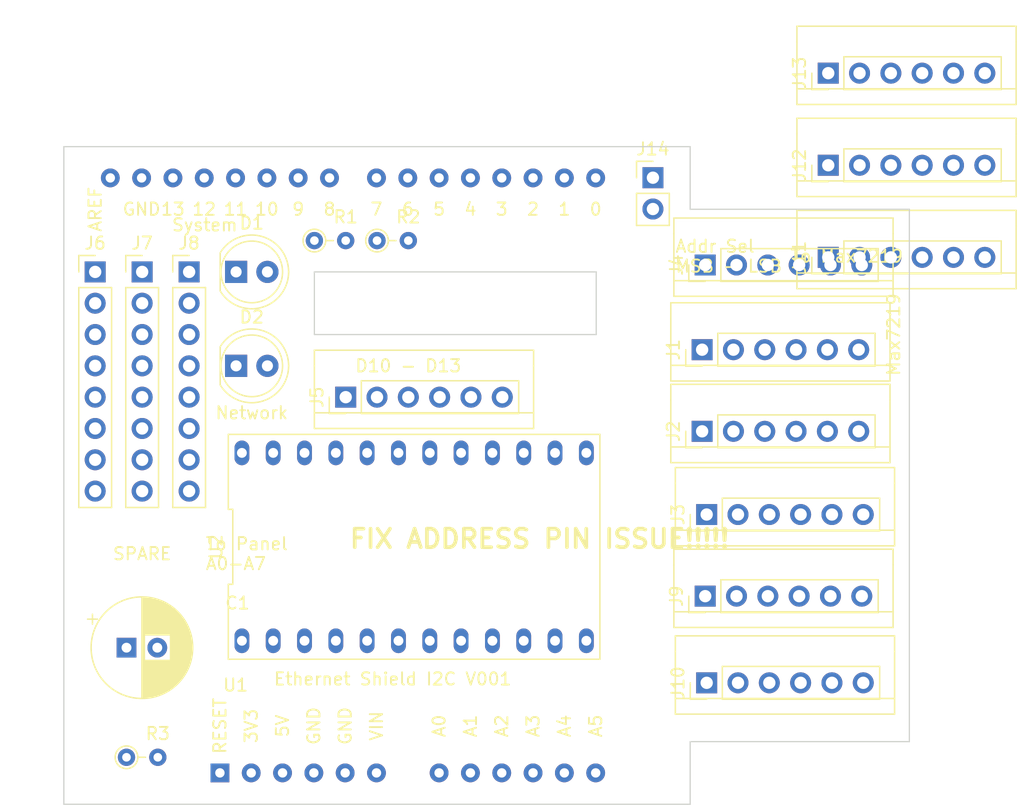
<source format=kicad_pcb>
(kicad_pcb (version 20171130) (host pcbnew "(5.1.5-0-10_14)")

  (general
    (thickness 1.6)
    (drawings 23)
    (tracks 0)
    (zones 0)
    (modules 22)
    (nets 121)
  )

  (page A4)
  (layers
    (0 F.Cu signal)
    (31 B.Cu signal)
    (32 B.Adhes user hide)
    (33 F.Adhes user hide)
    (34 B.Paste user hide)
    (35 F.Paste user hide)
    (36 B.SilkS user)
    (37 F.SilkS user)
    (38 B.Mask user)
    (39 F.Mask user)
    (40 Dwgs.User user)
    (41 Cmts.User user)
    (42 Eco1.User user)
    (43 Eco2.User user)
    (44 Edge.Cuts user)
    (45 Margin user)
    (46 B.CrtYd user)
    (47 F.CrtYd user)
    (48 B.Fab user)
    (49 F.Fab user)
  )

  (setup
    (last_trace_width 0.25)
    (trace_clearance 0.2)
    (zone_clearance 0.508)
    (zone_45_only no)
    (trace_min 0.2)
    (via_size 0.8)
    (via_drill 0.4)
    (via_min_size 0.4)
    (via_min_drill 0.3)
    (uvia_size 0.3)
    (uvia_drill 0.1)
    (uvias_allowed no)
    (uvia_min_size 0.2)
    (uvia_min_drill 0.1)
    (edge_width 0.1)
    (segment_width 0.2)
    (pcb_text_width 0.3)
    (pcb_text_size 1.5 1.5)
    (mod_edge_width 0.15)
    (mod_text_size 1 1)
    (mod_text_width 0.15)
    (pad_size 1.524 1.524)
    (pad_drill 0.762)
    (pad_to_mask_clearance 0)
    (aux_axis_origin 0 0)
    (grid_origin 123.80976 65.786)
    (visible_elements FFFFEF7F)
    (pcbplotparams
      (layerselection 0x010fc_ffffffff)
      (usegerberextensions false)
      (usegerberattributes false)
      (usegerberadvancedattributes false)
      (creategerberjobfile false)
      (excludeedgelayer true)
      (linewidth 0.100000)
      (plotframeref false)
      (viasonmask false)
      (mode 1)
      (useauxorigin false)
      (hpglpennumber 1)
      (hpglpenspeed 20)
      (hpglpendiameter 15.000000)
      (psnegative false)
      (psa4output false)
      (plotreference true)
      (plotvalue true)
      (plotinvisibletext false)
      (padsonsilk false)
      (subtractmaskfromsilk false)
      (outputformat 1)
      (mirror false)
      (drillshape 0)
      (scaleselection 1)
      (outputdirectory "Plot/"))
  )

  (net 0 "")
  (net 1 GND)
  (net 2 "Net-(C1-Pad1)")
  (net 3 "Net-(R2-Pad2)")
  (net 4 "Net-(U1-Pad28)")
  (net 5 "Net-(U1-Pad14)")
  (net 6 "Net-(U1-Pad13)")
  (net 7 "Net-(U1-Pad6)")
  (net 8 "Net-(U1-Pad2)")
  (net 9 +5V)
  (net 10 "Net-(D1-Pad2)")
  (net 11 "Net-(D2-Pad2)")
  (net 12 "Net-(J4-Pad3)")
  (net 13 "Net-(J4-Pad4)")
  (net 14 "Net-(J4-Pad5)")
  (net 15 "Net-(J4-Pad6)")
  (net 16 "Net-(J5-Pad3)")
  (net 17 "Net-(J5-Pad4)")
  (net 18 "Net-(J5-Pad5)")
  (net 19 "Net-(J5-Pad6)")
  (net 20 "Net-(J6-Pad8)")
  (net 21 "Net-(J6-Pad7)")
  (net 22 "Net-(J6-Pad6)")
  (net 23 "Net-(J6-Pad5)")
  (net 24 "Net-(J6-Pad4)")
  (net 25 "Net-(J6-Pad3)")
  (net 26 "Net-(J6-Pad2)")
  (net 27 "Net-(J6-Pad1)")
  (net 28 "Net-(J7-Pad8)")
  (net 29 "Net-(J7-Pad7)")
  (net 30 "Net-(J7-Pad6)")
  (net 31 "Net-(J7-Pad5)")
  (net 32 "Net-(J7-Pad4)")
  (net 33 "Net-(J7-Pad3)")
  (net 34 "Net-(J7-Pad2)")
  (net 35 "Net-(J7-Pad1)")
  (net 36 "Net-(J8-Pad8)")
  (net 37 "Net-(J8-Pad7)")
  (net 38 "Net-(J8-Pad6)")
  (net 39 "Net-(J8-Pad5)")
  (net 40 "Net-(J8-Pad4)")
  (net 41 "Net-(J8-Pad3)")
  (net 42 "Net-(J8-Pad2)")
  (net 43 "Net-(J8-Pad1)")
  (net 44 "Net-(R1-Pad2)")
  (net 45 "Net-(R3-Pad2)")
  (net 46 "Net-(U1-Pad23)")
  (net 47 "Net-(U1-Pad17)")
  (net 48 "Net-(U1-Pad16)")
  (net 49 "Net-(U1-Pad15)")
  (net 50 "Net-(U1-Pad12)")
  (net 51 "Net-(U1-Pad11)")
  (net 52 "Net-(U1-Pad10)")
  (net 53 "Net-(U1-Pad9)")
  (net 54 "Net-(U1-Pad8)")
  (net 55 "Net-(U1-Pad7)")
  (net 56 "Net-(U2-PadSD1)")
  (net 57 "Net-(U2-PadSC2)")
  (net 58 "Net-(U2-PadSC1)")
  (net 59 "Net-(U2-PadSD2)")
  (net 60 "Net-(U2-PadSD0)")
  (net 61 "Net-(U2-PadSC3)")
  (net 62 "Net-(U2-PadSC0)")
  (net 63 "Net-(U2-PadSD3)")
  (net 64 "Net-(U2-PadSC4)")
  (net 65 "Net-(U2-PadA1)")
  (net 66 "Net-(U2-PadSD4)")
  (net 67 "Net-(U2-PadA0)")
  (net 68 "Net-(U2-PadSC5)")
  (net 69 "Net-(U2-PadSD5)")
  (net 70 "Net-(U2-PadSC6)")
  (net 71 "Net-(U2-PadSD6)")
  (net 72 "Net-(U2-PadGND)")
  (net 73 "Net-(U2-Pad+5V)")
  (net 74 "Net-(J1-Pad5)")
  (net 75 "Net-(J1-Pad6)")
  (net 76 "Net-(J2-Pad1)")
  (net 77 "Net-(J2-Pad2)")
  (net 78 "Net-(J2-Pad3)")
  (net 79 "Net-(J2-Pad4)")
  (net 80 "Net-(J2-Pad5)")
  (net 81 "Net-(J2-Pad6)")
  (net 82 "Net-(J3-Pad1)")
  (net 83 "Net-(J3-Pad2)")
  (net 84 "Net-(J3-Pad3)")
  (net 85 "Net-(J3-Pad4)")
  (net 86 "Net-(J3-Pad5)")
  (net 87 "Net-(J3-Pad6)")
  (net 88 "Net-(J9-Pad1)")
  (net 89 "Net-(J9-Pad2)")
  (net 90 "Net-(J9-Pad3)")
  (net 91 "Net-(J9-Pad4)")
  (net 92 "Net-(J9-Pad5)")
  (net 93 "Net-(J9-Pad6)")
  (net 94 "Net-(J10-Pad1)")
  (net 95 "Net-(J10-Pad2)")
  (net 96 "Net-(J10-Pad3)")
  (net 97 "Net-(J10-Pad4)")
  (net 98 "Net-(J10-Pad5)")
  (net 99 "Net-(J10-Pad6)")
  (net 100 "Net-(J11-Pad1)")
  (net 101 "Net-(J11-Pad2)")
  (net 102 "Net-(J11-Pad3)")
  (net 103 "Net-(J11-Pad4)")
  (net 104 "Net-(J11-Pad5)")
  (net 105 "Net-(J11-Pad6)")
  (net 106 "Net-(J12-Pad1)")
  (net 107 "Net-(J12-Pad2)")
  (net 108 "Net-(J12-Pad3)")
  (net 109 "Net-(J12-Pad4)")
  (net 110 "Net-(J12-Pad5)")
  (net 111 "Net-(J12-Pad6)")
  (net 112 "Net-(J13-Pad5)")
  (net 113 "Net-(J13-Pad6)")
  (net 114 "Net-(U2-PadA2)")
  (net 115 /SC7)
  (net 116 /SD7)
  (net 117 "Net-(J14-Pad2)")
  (net 118 "Net-(J14-Pad1)")
  (net 119 /SC6)
  (net 120 /SD6)

  (net_class Default "This is the default net class."
    (clearance 0.2)
    (trace_width 0.25)
    (via_dia 0.8)
    (via_drill 0.4)
    (uvia_dia 0.3)
    (uvia_drill 0.1)
    (add_net +5V)
    (add_net /SC6)
    (add_net /SC7)
    (add_net /SD6)
    (add_net /SD7)
    (add_net GND)
    (add_net "Net-(C1-Pad1)")
    (add_net "Net-(D1-Pad2)")
    (add_net "Net-(D2-Pad2)")
    (add_net "Net-(J1-Pad5)")
    (add_net "Net-(J1-Pad6)")
    (add_net "Net-(J10-Pad1)")
    (add_net "Net-(J10-Pad2)")
    (add_net "Net-(J10-Pad3)")
    (add_net "Net-(J10-Pad4)")
    (add_net "Net-(J10-Pad5)")
    (add_net "Net-(J10-Pad6)")
    (add_net "Net-(J11-Pad1)")
    (add_net "Net-(J11-Pad2)")
    (add_net "Net-(J11-Pad3)")
    (add_net "Net-(J11-Pad4)")
    (add_net "Net-(J11-Pad5)")
    (add_net "Net-(J11-Pad6)")
    (add_net "Net-(J12-Pad1)")
    (add_net "Net-(J12-Pad2)")
    (add_net "Net-(J12-Pad3)")
    (add_net "Net-(J12-Pad4)")
    (add_net "Net-(J12-Pad5)")
    (add_net "Net-(J12-Pad6)")
    (add_net "Net-(J13-Pad5)")
    (add_net "Net-(J13-Pad6)")
    (add_net "Net-(J14-Pad1)")
    (add_net "Net-(J14-Pad2)")
    (add_net "Net-(J2-Pad1)")
    (add_net "Net-(J2-Pad2)")
    (add_net "Net-(J2-Pad3)")
    (add_net "Net-(J2-Pad4)")
    (add_net "Net-(J2-Pad5)")
    (add_net "Net-(J2-Pad6)")
    (add_net "Net-(J3-Pad1)")
    (add_net "Net-(J3-Pad2)")
    (add_net "Net-(J3-Pad3)")
    (add_net "Net-(J3-Pad4)")
    (add_net "Net-(J3-Pad5)")
    (add_net "Net-(J3-Pad6)")
    (add_net "Net-(J4-Pad3)")
    (add_net "Net-(J4-Pad4)")
    (add_net "Net-(J4-Pad5)")
    (add_net "Net-(J4-Pad6)")
    (add_net "Net-(J5-Pad3)")
    (add_net "Net-(J5-Pad4)")
    (add_net "Net-(J5-Pad5)")
    (add_net "Net-(J5-Pad6)")
    (add_net "Net-(J6-Pad1)")
    (add_net "Net-(J6-Pad2)")
    (add_net "Net-(J6-Pad3)")
    (add_net "Net-(J6-Pad4)")
    (add_net "Net-(J6-Pad5)")
    (add_net "Net-(J6-Pad6)")
    (add_net "Net-(J6-Pad7)")
    (add_net "Net-(J6-Pad8)")
    (add_net "Net-(J7-Pad1)")
    (add_net "Net-(J7-Pad2)")
    (add_net "Net-(J7-Pad3)")
    (add_net "Net-(J7-Pad4)")
    (add_net "Net-(J7-Pad5)")
    (add_net "Net-(J7-Pad6)")
    (add_net "Net-(J7-Pad7)")
    (add_net "Net-(J7-Pad8)")
    (add_net "Net-(J8-Pad1)")
    (add_net "Net-(J8-Pad2)")
    (add_net "Net-(J8-Pad3)")
    (add_net "Net-(J8-Pad4)")
    (add_net "Net-(J8-Pad5)")
    (add_net "Net-(J8-Pad6)")
    (add_net "Net-(J8-Pad7)")
    (add_net "Net-(J8-Pad8)")
    (add_net "Net-(J9-Pad1)")
    (add_net "Net-(J9-Pad2)")
    (add_net "Net-(J9-Pad3)")
    (add_net "Net-(J9-Pad4)")
    (add_net "Net-(J9-Pad5)")
    (add_net "Net-(J9-Pad6)")
    (add_net "Net-(R1-Pad2)")
    (add_net "Net-(R2-Pad2)")
    (add_net "Net-(R3-Pad2)")
    (add_net "Net-(U1-Pad10)")
    (add_net "Net-(U1-Pad11)")
    (add_net "Net-(U1-Pad12)")
    (add_net "Net-(U1-Pad13)")
    (add_net "Net-(U1-Pad14)")
    (add_net "Net-(U1-Pad15)")
    (add_net "Net-(U1-Pad16)")
    (add_net "Net-(U1-Pad17)")
    (add_net "Net-(U1-Pad2)")
    (add_net "Net-(U1-Pad23)")
    (add_net "Net-(U1-Pad28)")
    (add_net "Net-(U1-Pad6)")
    (add_net "Net-(U1-Pad7)")
    (add_net "Net-(U1-Pad8)")
    (add_net "Net-(U1-Pad9)")
    (add_net "Net-(U2-Pad+5V)")
    (add_net "Net-(U2-PadA0)")
    (add_net "Net-(U2-PadA1)")
    (add_net "Net-(U2-PadA2)")
    (add_net "Net-(U2-PadGND)")
    (add_net "Net-(U2-PadSC0)")
    (add_net "Net-(U2-PadSC1)")
    (add_net "Net-(U2-PadSC2)")
    (add_net "Net-(U2-PadSC3)")
    (add_net "Net-(U2-PadSC4)")
    (add_net "Net-(U2-PadSC5)")
    (add_net "Net-(U2-PadSC6)")
    (add_net "Net-(U2-PadSD0)")
    (add_net "Net-(U2-PadSD1)")
    (add_net "Net-(U2-PadSD2)")
    (add_net "Net-(U2-PadSD3)")
    (add_net "Net-(U2-PadSD4)")
    (add_net "Net-(U2-PadSD5)")
    (add_net "Net-(U2-PadSD6)")
  )

  (module Connector_PinHeader_2.54mm:PinHeader_1x02_P2.54mm_Vertical (layer F.Cu) (tedit 59FED5CC) (tstamp 5EDEF88D)
    (at 146.18976 65.766)
    (descr "Through hole straight pin header, 1x02, 2.54mm pitch, single row")
    (tags "Through hole pin header THT 1x02 2.54mm single row")
    (path /5EDF0391)
    (fp_text reference J14 (at 0 -2.33) (layer F.SilkS)
      (effects (font (size 1 1) (thickness 0.15)))
    )
    (fp_text value Conn_01x02_Female (at 0 4.87) (layer F.Fab)
      (effects (font (size 1 1) (thickness 0.15)))
    )
    (fp_text user %R (at 0 1.27 90) (layer F.Fab)
      (effects (font (size 1 1) (thickness 0.15)))
    )
    (fp_line (start 1.8 -1.8) (end -1.8 -1.8) (layer F.CrtYd) (width 0.05))
    (fp_line (start 1.8 4.35) (end 1.8 -1.8) (layer F.CrtYd) (width 0.05))
    (fp_line (start -1.8 4.35) (end 1.8 4.35) (layer F.CrtYd) (width 0.05))
    (fp_line (start -1.8 -1.8) (end -1.8 4.35) (layer F.CrtYd) (width 0.05))
    (fp_line (start -1.33 -1.33) (end 0 -1.33) (layer F.SilkS) (width 0.12))
    (fp_line (start -1.33 0) (end -1.33 -1.33) (layer F.SilkS) (width 0.12))
    (fp_line (start -1.33 1.27) (end 1.33 1.27) (layer F.SilkS) (width 0.12))
    (fp_line (start 1.33 1.27) (end 1.33 3.87) (layer F.SilkS) (width 0.12))
    (fp_line (start -1.33 1.27) (end -1.33 3.87) (layer F.SilkS) (width 0.12))
    (fp_line (start -1.33 3.87) (end 1.33 3.87) (layer F.SilkS) (width 0.12))
    (fp_line (start -1.27 -0.635) (end -0.635 -1.27) (layer F.Fab) (width 0.1))
    (fp_line (start -1.27 3.81) (end -1.27 -0.635) (layer F.Fab) (width 0.1))
    (fp_line (start 1.27 3.81) (end -1.27 3.81) (layer F.Fab) (width 0.1))
    (fp_line (start 1.27 -1.27) (end 1.27 3.81) (layer F.Fab) (width 0.1))
    (fp_line (start -0.635 -1.27) (end 1.27 -1.27) (layer F.Fab) (width 0.1))
    (pad 2 thru_hole oval (at 0 2.54) (size 1.7 1.7) (drill 1) (layers *.Cu *.Mask)
      (net 117 "Net-(J14-Pad2)"))
    (pad 1 thru_hole rect (at 0 0) (size 1.7 1.7) (drill 1) (layers *.Cu *.Mask)
      (net 118 "Net-(J14-Pad1)"))
    (model ${KISYS3DMOD}/Connector_PinHeader_2.54mm.3dshapes/PinHeader_1x02_P2.54mm_Vertical.wrl
      (at (xyz 0 0 0))
      (scale (xyz 1 1 1))
      (rotate (xyz 0 0 0))
    )
  )

  (module PT_Library_v001:PT_PinHeader_1x06_P2.54mm_Vertical (layer F.Cu) (tedit 5E6330E6) (tstamp 5EDF1E4A)
    (at 160.40976 57.286 90)
    (descr "Through hole straight pin header, 1x06, 2.54mm pitch, single row")
    (tags "Through hole pin header THT 1x06 2.54mm single row")
    (path /5EDFD911)
    (fp_text reference J13 (at 0 -2.33 90) (layer F.SilkS)
      (effects (font (size 1 1) (thickness 0.15)))
    )
    (fp_text value PT_Conn_01x06 (at 0 15.03 90) (layer F.Fab)
      (effects (font (size 1 1) (thickness 0.15)))
    )
    (fp_line (start -1.27 -2.54) (end -1.27 15.24) (layer F.SilkS) (width 0.12))
    (fp_line (start 3.81 15.24) (end 2.54 15.24) (layer F.SilkS) (width 0.12))
    (fp_line (start 3.81 -2.54) (end 3.81 15.24) (layer F.SilkS) (width 0.12))
    (fp_line (start 2.54 -2.54) (end 3.81 -2.54) (layer F.SilkS) (width 0.12))
    (fp_line (start -2.54 15.24) (end 2.54 15.24) (layer F.SilkS) (width 0.12))
    (fp_line (start -2.54 -2.54) (end -2.54 15.24) (layer F.SilkS) (width 0.12))
    (fp_line (start 2.54 -2.54) (end -2.54 -2.54) (layer F.SilkS) (width 0.12))
    (fp_line (start -0.635 -1.27) (end 1.27 -1.27) (layer F.Fab) (width 0.1))
    (fp_line (start 1.27 -1.27) (end 1.27 13.97) (layer F.Fab) (width 0.1))
    (fp_line (start 1.27 13.97) (end -1.27 13.97) (layer F.Fab) (width 0.1))
    (fp_line (start -1.27 13.97) (end -1.27 -0.635) (layer F.Fab) (width 0.1))
    (fp_line (start -1.27 -0.635) (end -0.635 -1.27) (layer F.Fab) (width 0.1))
    (fp_line (start -1.33 14.03) (end 1.33 14.03) (layer F.SilkS) (width 0.12))
    (fp_line (start -1.33 1.27) (end -1.33 14.03) (layer F.SilkS) (width 0.12))
    (fp_line (start 1.33 1.27) (end 1.33 14.03) (layer F.SilkS) (width 0.12))
    (fp_line (start -1.33 1.27) (end 1.33 1.27) (layer F.SilkS) (width 0.12))
    (fp_line (start -1.33 0) (end -1.33 -1.33) (layer F.SilkS) (width 0.12))
    (fp_line (start -1.33 -1.33) (end 0 -1.33) (layer F.SilkS) (width 0.12))
    (fp_line (start -1.8 -1.8) (end -1.8 14.5) (layer F.CrtYd) (width 0.05))
    (fp_line (start -1.8 14.5) (end 1.8 14.5) (layer F.CrtYd) (width 0.05))
    (fp_line (start 1.8 14.5) (end 1.8 -1.8) (layer F.CrtYd) (width 0.05))
    (fp_line (start 1.8 -1.8) (end -1.8 -1.8) (layer F.CrtYd) (width 0.05))
    (fp_text user %R (at 0 6.35 180) (layer F.Fab)
      (effects (font (size 1 1) (thickness 0.15)))
    )
    (pad 1 thru_hole rect (at 0 0 90) (size 1.7 1.7) (drill 1) (layers *.Cu *.Mask)
      (net 9 +5V))
    (pad 2 thru_hole oval (at 0 2.54 90) (size 1.7 1.7) (drill 1) (layers *.Cu *.Mask)
      (net 1 GND))
    (pad 3 thru_hole oval (at 0 5.08 90) (size 1.7 1.7) (drill 1) (layers *.Cu *.Mask)
      (net 119 /SC6))
    (pad 4 thru_hole oval (at 0 7.62 90) (size 1.7 1.7) (drill 1) (layers *.Cu *.Mask)
      (net 120 /SD6))
    (pad 5 thru_hole oval (at 0 10.16 90) (size 1.7 1.7) (drill 1) (layers *.Cu *.Mask)
      (net 112 "Net-(J13-Pad5)"))
    (pad 6 thru_hole oval (at 0 12.7 90) (size 1.7 1.7) (drill 1) (layers *.Cu *.Mask)
      (net 113 "Net-(J13-Pad6)"))
    (model ${KISYS3DMOD}/Connector_PinHeader_2.54mm.3dshapes/PinHeader_1x06_P2.54mm_Vertical.wrl
      (at (xyz 0 0 0))
      (scale (xyz 1 1 1))
      (rotate (xyz 0 0 0))
    )
  )

  (module PT_Library_v001:PT_PinHeader_1x06_P2.54mm_Vertical (layer F.Cu) (tedit 5E6330E6) (tstamp 5EDF1E29)
    (at 160.40976 64.756 90)
    (descr "Through hole straight pin header, 1x06, 2.54mm pitch, single row")
    (tags "Through hole pin header THT 1x06 2.54mm single row")
    (path /5EDFCB54)
    (fp_text reference J12 (at 0 -2.33 90) (layer F.SilkS)
      (effects (font (size 1 1) (thickness 0.15)))
    )
    (fp_text value PT_Conn_01x06 (at 0 15.03 90) (layer F.Fab)
      (effects (font (size 1 1) (thickness 0.15)))
    )
    (fp_line (start -1.27 -2.54) (end -1.27 15.24) (layer F.SilkS) (width 0.12))
    (fp_line (start 3.81 15.24) (end 2.54 15.24) (layer F.SilkS) (width 0.12))
    (fp_line (start 3.81 -2.54) (end 3.81 15.24) (layer F.SilkS) (width 0.12))
    (fp_line (start 2.54 -2.54) (end 3.81 -2.54) (layer F.SilkS) (width 0.12))
    (fp_line (start -2.54 15.24) (end 2.54 15.24) (layer F.SilkS) (width 0.12))
    (fp_line (start -2.54 -2.54) (end -2.54 15.24) (layer F.SilkS) (width 0.12))
    (fp_line (start 2.54 -2.54) (end -2.54 -2.54) (layer F.SilkS) (width 0.12))
    (fp_line (start -0.635 -1.27) (end 1.27 -1.27) (layer F.Fab) (width 0.1))
    (fp_line (start 1.27 -1.27) (end 1.27 13.97) (layer F.Fab) (width 0.1))
    (fp_line (start 1.27 13.97) (end -1.27 13.97) (layer F.Fab) (width 0.1))
    (fp_line (start -1.27 13.97) (end -1.27 -0.635) (layer F.Fab) (width 0.1))
    (fp_line (start -1.27 -0.635) (end -0.635 -1.27) (layer F.Fab) (width 0.1))
    (fp_line (start -1.33 14.03) (end 1.33 14.03) (layer F.SilkS) (width 0.12))
    (fp_line (start -1.33 1.27) (end -1.33 14.03) (layer F.SilkS) (width 0.12))
    (fp_line (start 1.33 1.27) (end 1.33 14.03) (layer F.SilkS) (width 0.12))
    (fp_line (start -1.33 1.27) (end 1.33 1.27) (layer F.SilkS) (width 0.12))
    (fp_line (start -1.33 0) (end -1.33 -1.33) (layer F.SilkS) (width 0.12))
    (fp_line (start -1.33 -1.33) (end 0 -1.33) (layer F.SilkS) (width 0.12))
    (fp_line (start -1.8 -1.8) (end -1.8 14.5) (layer F.CrtYd) (width 0.05))
    (fp_line (start -1.8 14.5) (end 1.8 14.5) (layer F.CrtYd) (width 0.05))
    (fp_line (start 1.8 14.5) (end 1.8 -1.8) (layer F.CrtYd) (width 0.05))
    (fp_line (start 1.8 -1.8) (end -1.8 -1.8) (layer F.CrtYd) (width 0.05))
    (fp_text user %R (at 0 6.35 180) (layer F.Fab)
      (effects (font (size 1 1) (thickness 0.15)))
    )
    (pad 1 thru_hole rect (at 0 0 90) (size 1.7 1.7) (drill 1) (layers *.Cu *.Mask)
      (net 106 "Net-(J12-Pad1)"))
    (pad 2 thru_hole oval (at 0 2.54 90) (size 1.7 1.7) (drill 1) (layers *.Cu *.Mask)
      (net 107 "Net-(J12-Pad2)"))
    (pad 3 thru_hole oval (at 0 5.08 90) (size 1.7 1.7) (drill 1) (layers *.Cu *.Mask)
      (net 108 "Net-(J12-Pad3)"))
    (pad 4 thru_hole oval (at 0 7.62 90) (size 1.7 1.7) (drill 1) (layers *.Cu *.Mask)
      (net 109 "Net-(J12-Pad4)"))
    (pad 5 thru_hole oval (at 0 10.16 90) (size 1.7 1.7) (drill 1) (layers *.Cu *.Mask)
      (net 110 "Net-(J12-Pad5)"))
    (pad 6 thru_hole oval (at 0 12.7 90) (size 1.7 1.7) (drill 1) (layers *.Cu *.Mask)
      (net 111 "Net-(J12-Pad6)"))
    (model ${KISYS3DMOD}/Connector_PinHeader_2.54mm.3dshapes/PinHeader_1x06_P2.54mm_Vertical.wrl
      (at (xyz 0 0 0))
      (scale (xyz 1 1 1))
      (rotate (xyz 0 0 0))
    )
  )

  (module PT_Library_v001:PT_PinHeader_1x06_P2.54mm_Vertical (layer F.Cu) (tedit 5E6330E6) (tstamp 5EDF1E08)
    (at 160.40976 72.226 90)
    (descr "Through hole straight pin header, 1x06, 2.54mm pitch, single row")
    (tags "Through hole pin header THT 1x06 2.54mm single row")
    (path /5EDFBEDB)
    (fp_text reference J11 (at 0 -2.33 90) (layer F.SilkS)
      (effects (font (size 1 1) (thickness 0.15)))
    )
    (fp_text value PT_Conn_01x06 (at 0 15.03 90) (layer F.Fab)
      (effects (font (size 1 1) (thickness 0.15)))
    )
    (fp_line (start -1.27 -2.54) (end -1.27 15.24) (layer F.SilkS) (width 0.12))
    (fp_line (start 3.81 15.24) (end 2.54 15.24) (layer F.SilkS) (width 0.12))
    (fp_line (start 3.81 -2.54) (end 3.81 15.24) (layer F.SilkS) (width 0.12))
    (fp_line (start 2.54 -2.54) (end 3.81 -2.54) (layer F.SilkS) (width 0.12))
    (fp_line (start -2.54 15.24) (end 2.54 15.24) (layer F.SilkS) (width 0.12))
    (fp_line (start -2.54 -2.54) (end -2.54 15.24) (layer F.SilkS) (width 0.12))
    (fp_line (start 2.54 -2.54) (end -2.54 -2.54) (layer F.SilkS) (width 0.12))
    (fp_line (start -0.635 -1.27) (end 1.27 -1.27) (layer F.Fab) (width 0.1))
    (fp_line (start 1.27 -1.27) (end 1.27 13.97) (layer F.Fab) (width 0.1))
    (fp_line (start 1.27 13.97) (end -1.27 13.97) (layer F.Fab) (width 0.1))
    (fp_line (start -1.27 13.97) (end -1.27 -0.635) (layer F.Fab) (width 0.1))
    (fp_line (start -1.27 -0.635) (end -0.635 -1.27) (layer F.Fab) (width 0.1))
    (fp_line (start -1.33 14.03) (end 1.33 14.03) (layer F.SilkS) (width 0.12))
    (fp_line (start -1.33 1.27) (end -1.33 14.03) (layer F.SilkS) (width 0.12))
    (fp_line (start 1.33 1.27) (end 1.33 14.03) (layer F.SilkS) (width 0.12))
    (fp_line (start -1.33 1.27) (end 1.33 1.27) (layer F.SilkS) (width 0.12))
    (fp_line (start -1.33 0) (end -1.33 -1.33) (layer F.SilkS) (width 0.12))
    (fp_line (start -1.33 -1.33) (end 0 -1.33) (layer F.SilkS) (width 0.12))
    (fp_line (start -1.8 -1.8) (end -1.8 14.5) (layer F.CrtYd) (width 0.05))
    (fp_line (start -1.8 14.5) (end 1.8 14.5) (layer F.CrtYd) (width 0.05))
    (fp_line (start 1.8 14.5) (end 1.8 -1.8) (layer F.CrtYd) (width 0.05))
    (fp_line (start 1.8 -1.8) (end -1.8 -1.8) (layer F.CrtYd) (width 0.05))
    (fp_text user %R (at 0 6.35 180) (layer F.Fab)
      (effects (font (size 1 1) (thickness 0.15)))
    )
    (pad 1 thru_hole rect (at 0 0 90) (size 1.7 1.7) (drill 1) (layers *.Cu *.Mask)
      (net 100 "Net-(J11-Pad1)"))
    (pad 2 thru_hole oval (at 0 2.54 90) (size 1.7 1.7) (drill 1) (layers *.Cu *.Mask)
      (net 101 "Net-(J11-Pad2)"))
    (pad 3 thru_hole oval (at 0 5.08 90) (size 1.7 1.7) (drill 1) (layers *.Cu *.Mask)
      (net 102 "Net-(J11-Pad3)"))
    (pad 4 thru_hole oval (at 0 7.62 90) (size 1.7 1.7) (drill 1) (layers *.Cu *.Mask)
      (net 103 "Net-(J11-Pad4)"))
    (pad 5 thru_hole oval (at 0 10.16 90) (size 1.7 1.7) (drill 1) (layers *.Cu *.Mask)
      (net 104 "Net-(J11-Pad5)"))
    (pad 6 thru_hole oval (at 0 12.7 90) (size 1.7 1.7) (drill 1) (layers *.Cu *.Mask)
      (net 105 "Net-(J11-Pad6)"))
    (model ${KISYS3DMOD}/Connector_PinHeader_2.54mm.3dshapes/PinHeader_1x06_P2.54mm_Vertical.wrl
      (at (xyz 0 0 0))
      (scale (xyz 1 1 1))
      (rotate (xyz 0 0 0))
    )
  )

  (module PT_Library_v001:PT_PinHeader_1x06_P2.54mm_Vertical (layer F.Cu) (tedit 5E6330E6) (tstamp 5EDF1DE7)
    (at 150.54976 106.736 90)
    (descr "Through hole straight pin header, 1x06, 2.54mm pitch, single row")
    (tags "Through hole pin header THT 1x06 2.54mm single row")
    (path /5EDFACEC)
    (fp_text reference J10 (at 0 -2.33 90) (layer F.SilkS)
      (effects (font (size 1 1) (thickness 0.15)))
    )
    (fp_text value PT_Conn_01x06 (at 0 15.03 90) (layer F.Fab)
      (effects (font (size 1 1) (thickness 0.15)))
    )
    (fp_line (start -1.27 -2.54) (end -1.27 15.24) (layer F.SilkS) (width 0.12))
    (fp_line (start 3.81 15.24) (end 2.54 15.24) (layer F.SilkS) (width 0.12))
    (fp_line (start 3.81 -2.54) (end 3.81 15.24) (layer F.SilkS) (width 0.12))
    (fp_line (start 2.54 -2.54) (end 3.81 -2.54) (layer F.SilkS) (width 0.12))
    (fp_line (start -2.54 15.24) (end 2.54 15.24) (layer F.SilkS) (width 0.12))
    (fp_line (start -2.54 -2.54) (end -2.54 15.24) (layer F.SilkS) (width 0.12))
    (fp_line (start 2.54 -2.54) (end -2.54 -2.54) (layer F.SilkS) (width 0.12))
    (fp_line (start -0.635 -1.27) (end 1.27 -1.27) (layer F.Fab) (width 0.1))
    (fp_line (start 1.27 -1.27) (end 1.27 13.97) (layer F.Fab) (width 0.1))
    (fp_line (start 1.27 13.97) (end -1.27 13.97) (layer F.Fab) (width 0.1))
    (fp_line (start -1.27 13.97) (end -1.27 -0.635) (layer F.Fab) (width 0.1))
    (fp_line (start -1.27 -0.635) (end -0.635 -1.27) (layer F.Fab) (width 0.1))
    (fp_line (start -1.33 14.03) (end 1.33 14.03) (layer F.SilkS) (width 0.12))
    (fp_line (start -1.33 1.27) (end -1.33 14.03) (layer F.SilkS) (width 0.12))
    (fp_line (start 1.33 1.27) (end 1.33 14.03) (layer F.SilkS) (width 0.12))
    (fp_line (start -1.33 1.27) (end 1.33 1.27) (layer F.SilkS) (width 0.12))
    (fp_line (start -1.33 0) (end -1.33 -1.33) (layer F.SilkS) (width 0.12))
    (fp_line (start -1.33 -1.33) (end 0 -1.33) (layer F.SilkS) (width 0.12))
    (fp_line (start -1.8 -1.8) (end -1.8 14.5) (layer F.CrtYd) (width 0.05))
    (fp_line (start -1.8 14.5) (end 1.8 14.5) (layer F.CrtYd) (width 0.05))
    (fp_line (start 1.8 14.5) (end 1.8 -1.8) (layer F.CrtYd) (width 0.05))
    (fp_line (start 1.8 -1.8) (end -1.8 -1.8) (layer F.CrtYd) (width 0.05))
    (fp_text user %R (at 0 6.35 180) (layer F.Fab)
      (effects (font (size 1 1) (thickness 0.15)))
    )
    (pad 1 thru_hole rect (at 0 0 90) (size 1.7 1.7) (drill 1) (layers *.Cu *.Mask)
      (net 94 "Net-(J10-Pad1)"))
    (pad 2 thru_hole oval (at 0 2.54 90) (size 1.7 1.7) (drill 1) (layers *.Cu *.Mask)
      (net 95 "Net-(J10-Pad2)"))
    (pad 3 thru_hole oval (at 0 5.08 90) (size 1.7 1.7) (drill 1) (layers *.Cu *.Mask)
      (net 96 "Net-(J10-Pad3)"))
    (pad 4 thru_hole oval (at 0 7.62 90) (size 1.7 1.7) (drill 1) (layers *.Cu *.Mask)
      (net 97 "Net-(J10-Pad4)"))
    (pad 5 thru_hole oval (at 0 10.16 90) (size 1.7 1.7) (drill 1) (layers *.Cu *.Mask)
      (net 98 "Net-(J10-Pad5)"))
    (pad 6 thru_hole oval (at 0 12.7 90) (size 1.7 1.7) (drill 1) (layers *.Cu *.Mask)
      (net 99 "Net-(J10-Pad6)"))
    (model ${KISYS3DMOD}/Connector_PinHeader_2.54mm.3dshapes/PinHeader_1x06_P2.54mm_Vertical.wrl
      (at (xyz 0 0 0))
      (scale (xyz 1 1 1))
      (rotate (xyz 0 0 0))
    )
  )

  (module PT_Library_v001:PT_PinHeader_1x06_P2.54mm_Vertical (layer F.Cu) (tedit 5E6330E6) (tstamp 5EDF1DC6)
    (at 150.42976 99.706 90)
    (descr "Through hole straight pin header, 1x06, 2.54mm pitch, single row")
    (tags "Through hole pin header THT 1x06 2.54mm single row")
    (path /5EDF9E7F)
    (fp_text reference J9 (at 0 -2.33 90) (layer F.SilkS)
      (effects (font (size 1 1) (thickness 0.15)))
    )
    (fp_text value PT_Conn_01x06 (at 0 15.03 90) (layer F.Fab)
      (effects (font (size 1 1) (thickness 0.15)))
    )
    (fp_line (start -1.27 -2.54) (end -1.27 15.24) (layer F.SilkS) (width 0.12))
    (fp_line (start 3.81 15.24) (end 2.54 15.24) (layer F.SilkS) (width 0.12))
    (fp_line (start 3.81 -2.54) (end 3.81 15.24) (layer F.SilkS) (width 0.12))
    (fp_line (start 2.54 -2.54) (end 3.81 -2.54) (layer F.SilkS) (width 0.12))
    (fp_line (start -2.54 15.24) (end 2.54 15.24) (layer F.SilkS) (width 0.12))
    (fp_line (start -2.54 -2.54) (end -2.54 15.24) (layer F.SilkS) (width 0.12))
    (fp_line (start 2.54 -2.54) (end -2.54 -2.54) (layer F.SilkS) (width 0.12))
    (fp_line (start -0.635 -1.27) (end 1.27 -1.27) (layer F.Fab) (width 0.1))
    (fp_line (start 1.27 -1.27) (end 1.27 13.97) (layer F.Fab) (width 0.1))
    (fp_line (start 1.27 13.97) (end -1.27 13.97) (layer F.Fab) (width 0.1))
    (fp_line (start -1.27 13.97) (end -1.27 -0.635) (layer F.Fab) (width 0.1))
    (fp_line (start -1.27 -0.635) (end -0.635 -1.27) (layer F.Fab) (width 0.1))
    (fp_line (start -1.33 14.03) (end 1.33 14.03) (layer F.SilkS) (width 0.12))
    (fp_line (start -1.33 1.27) (end -1.33 14.03) (layer F.SilkS) (width 0.12))
    (fp_line (start 1.33 1.27) (end 1.33 14.03) (layer F.SilkS) (width 0.12))
    (fp_line (start -1.33 1.27) (end 1.33 1.27) (layer F.SilkS) (width 0.12))
    (fp_line (start -1.33 0) (end -1.33 -1.33) (layer F.SilkS) (width 0.12))
    (fp_line (start -1.33 -1.33) (end 0 -1.33) (layer F.SilkS) (width 0.12))
    (fp_line (start -1.8 -1.8) (end -1.8 14.5) (layer F.CrtYd) (width 0.05))
    (fp_line (start -1.8 14.5) (end 1.8 14.5) (layer F.CrtYd) (width 0.05))
    (fp_line (start 1.8 14.5) (end 1.8 -1.8) (layer F.CrtYd) (width 0.05))
    (fp_line (start 1.8 -1.8) (end -1.8 -1.8) (layer F.CrtYd) (width 0.05))
    (fp_text user %R (at 0 6.35 180) (layer F.Fab)
      (effects (font (size 1 1) (thickness 0.15)))
    )
    (pad 1 thru_hole rect (at 0 0 90) (size 1.7 1.7) (drill 1) (layers *.Cu *.Mask)
      (net 88 "Net-(J9-Pad1)"))
    (pad 2 thru_hole oval (at 0 2.54 90) (size 1.7 1.7) (drill 1) (layers *.Cu *.Mask)
      (net 89 "Net-(J9-Pad2)"))
    (pad 3 thru_hole oval (at 0 5.08 90) (size 1.7 1.7) (drill 1) (layers *.Cu *.Mask)
      (net 90 "Net-(J9-Pad3)"))
    (pad 4 thru_hole oval (at 0 7.62 90) (size 1.7 1.7) (drill 1) (layers *.Cu *.Mask)
      (net 91 "Net-(J9-Pad4)"))
    (pad 5 thru_hole oval (at 0 10.16 90) (size 1.7 1.7) (drill 1) (layers *.Cu *.Mask)
      (net 92 "Net-(J9-Pad5)"))
    (pad 6 thru_hole oval (at 0 12.7 90) (size 1.7 1.7) (drill 1) (layers *.Cu *.Mask)
      (net 93 "Net-(J9-Pad6)"))
    (model ${KISYS3DMOD}/Connector_PinHeader_2.54mm.3dshapes/PinHeader_1x06_P2.54mm_Vertical.wrl
      (at (xyz 0 0 0))
      (scale (xyz 1 1 1))
      (rotate (xyz 0 0 0))
    )
  )

  (module PT_Library_v001:PT_PinHeader_1x06_P2.54mm_Vertical (layer F.Cu) (tedit 5E6330E6) (tstamp 5EDF1C83)
    (at 150.54976 93.086 90)
    (descr "Through hole straight pin header, 1x06, 2.54mm pitch, single row")
    (tags "Through hole pin header THT 1x06 2.54mm single row")
    (path /5EDF7319)
    (fp_text reference J3 (at 0 -2.33 90) (layer F.SilkS)
      (effects (font (size 1 1) (thickness 0.15)))
    )
    (fp_text value PT_Conn_01x06 (at 0 15.03 90) (layer F.Fab)
      (effects (font (size 1 1) (thickness 0.15)))
    )
    (fp_line (start -1.27 -2.54) (end -1.27 15.24) (layer F.SilkS) (width 0.12))
    (fp_line (start 3.81 15.24) (end 2.54 15.24) (layer F.SilkS) (width 0.12))
    (fp_line (start 3.81 -2.54) (end 3.81 15.24) (layer F.SilkS) (width 0.12))
    (fp_line (start 2.54 -2.54) (end 3.81 -2.54) (layer F.SilkS) (width 0.12))
    (fp_line (start -2.54 15.24) (end 2.54 15.24) (layer F.SilkS) (width 0.12))
    (fp_line (start -2.54 -2.54) (end -2.54 15.24) (layer F.SilkS) (width 0.12))
    (fp_line (start 2.54 -2.54) (end -2.54 -2.54) (layer F.SilkS) (width 0.12))
    (fp_line (start -0.635 -1.27) (end 1.27 -1.27) (layer F.Fab) (width 0.1))
    (fp_line (start 1.27 -1.27) (end 1.27 13.97) (layer F.Fab) (width 0.1))
    (fp_line (start 1.27 13.97) (end -1.27 13.97) (layer F.Fab) (width 0.1))
    (fp_line (start -1.27 13.97) (end -1.27 -0.635) (layer F.Fab) (width 0.1))
    (fp_line (start -1.27 -0.635) (end -0.635 -1.27) (layer F.Fab) (width 0.1))
    (fp_line (start -1.33 14.03) (end 1.33 14.03) (layer F.SilkS) (width 0.12))
    (fp_line (start -1.33 1.27) (end -1.33 14.03) (layer F.SilkS) (width 0.12))
    (fp_line (start 1.33 1.27) (end 1.33 14.03) (layer F.SilkS) (width 0.12))
    (fp_line (start -1.33 1.27) (end 1.33 1.27) (layer F.SilkS) (width 0.12))
    (fp_line (start -1.33 0) (end -1.33 -1.33) (layer F.SilkS) (width 0.12))
    (fp_line (start -1.33 -1.33) (end 0 -1.33) (layer F.SilkS) (width 0.12))
    (fp_line (start -1.8 -1.8) (end -1.8 14.5) (layer F.CrtYd) (width 0.05))
    (fp_line (start -1.8 14.5) (end 1.8 14.5) (layer F.CrtYd) (width 0.05))
    (fp_line (start 1.8 14.5) (end 1.8 -1.8) (layer F.CrtYd) (width 0.05))
    (fp_line (start 1.8 -1.8) (end -1.8 -1.8) (layer F.CrtYd) (width 0.05))
    (fp_text user %R (at 0 6.35 180) (layer F.Fab)
      (effects (font (size 1 1) (thickness 0.15)))
    )
    (pad 1 thru_hole rect (at 0 0 90) (size 1.7 1.7) (drill 1) (layers *.Cu *.Mask)
      (net 82 "Net-(J3-Pad1)"))
    (pad 2 thru_hole oval (at 0 2.54 90) (size 1.7 1.7) (drill 1) (layers *.Cu *.Mask)
      (net 83 "Net-(J3-Pad2)"))
    (pad 3 thru_hole oval (at 0 5.08 90) (size 1.7 1.7) (drill 1) (layers *.Cu *.Mask)
      (net 84 "Net-(J3-Pad3)"))
    (pad 4 thru_hole oval (at 0 7.62 90) (size 1.7 1.7) (drill 1) (layers *.Cu *.Mask)
      (net 85 "Net-(J3-Pad4)"))
    (pad 5 thru_hole oval (at 0 10.16 90) (size 1.7 1.7) (drill 1) (layers *.Cu *.Mask)
      (net 86 "Net-(J3-Pad5)"))
    (pad 6 thru_hole oval (at 0 12.7 90) (size 1.7 1.7) (drill 1) (layers *.Cu *.Mask)
      (net 87 "Net-(J3-Pad6)"))
    (model ${KISYS3DMOD}/Connector_PinHeader_2.54mm.3dshapes/PinHeader_1x06_P2.54mm_Vertical.wrl
      (at (xyz 0 0 0))
      (scale (xyz 1 1 1))
      (rotate (xyz 0 0 0))
    )
  )

  (module PT_Library_v001:PT_PinHeader_1x06_P2.54mm_Vertical (layer F.Cu) (tedit 5E6330E6) (tstamp 5EDF1C62)
    (at 150.17976 86.336 90)
    (descr "Through hole straight pin header, 1x06, 2.54mm pitch, single row")
    (tags "Through hole pin header THT 1x06 2.54mm single row")
    (path /5EDFE6CA)
    (fp_text reference J2 (at 0 -2.33 90) (layer F.SilkS)
      (effects (font (size 1 1) (thickness 0.15)))
    )
    (fp_text value PT_Conn_01x06 (at 0 15.03 90) (layer F.Fab)
      (effects (font (size 1 1) (thickness 0.15)))
    )
    (fp_line (start -1.27 -2.54) (end -1.27 15.24) (layer F.SilkS) (width 0.12))
    (fp_line (start 3.81 15.24) (end 2.54 15.24) (layer F.SilkS) (width 0.12))
    (fp_line (start 3.81 -2.54) (end 3.81 15.24) (layer F.SilkS) (width 0.12))
    (fp_line (start 2.54 -2.54) (end 3.81 -2.54) (layer F.SilkS) (width 0.12))
    (fp_line (start -2.54 15.24) (end 2.54 15.24) (layer F.SilkS) (width 0.12))
    (fp_line (start -2.54 -2.54) (end -2.54 15.24) (layer F.SilkS) (width 0.12))
    (fp_line (start 2.54 -2.54) (end -2.54 -2.54) (layer F.SilkS) (width 0.12))
    (fp_line (start -0.635 -1.27) (end 1.27 -1.27) (layer F.Fab) (width 0.1))
    (fp_line (start 1.27 -1.27) (end 1.27 13.97) (layer F.Fab) (width 0.1))
    (fp_line (start 1.27 13.97) (end -1.27 13.97) (layer F.Fab) (width 0.1))
    (fp_line (start -1.27 13.97) (end -1.27 -0.635) (layer F.Fab) (width 0.1))
    (fp_line (start -1.27 -0.635) (end -0.635 -1.27) (layer F.Fab) (width 0.1))
    (fp_line (start -1.33 14.03) (end 1.33 14.03) (layer F.SilkS) (width 0.12))
    (fp_line (start -1.33 1.27) (end -1.33 14.03) (layer F.SilkS) (width 0.12))
    (fp_line (start 1.33 1.27) (end 1.33 14.03) (layer F.SilkS) (width 0.12))
    (fp_line (start -1.33 1.27) (end 1.33 1.27) (layer F.SilkS) (width 0.12))
    (fp_line (start -1.33 0) (end -1.33 -1.33) (layer F.SilkS) (width 0.12))
    (fp_line (start -1.33 -1.33) (end 0 -1.33) (layer F.SilkS) (width 0.12))
    (fp_line (start -1.8 -1.8) (end -1.8 14.5) (layer F.CrtYd) (width 0.05))
    (fp_line (start -1.8 14.5) (end 1.8 14.5) (layer F.CrtYd) (width 0.05))
    (fp_line (start 1.8 14.5) (end 1.8 -1.8) (layer F.CrtYd) (width 0.05))
    (fp_line (start 1.8 -1.8) (end -1.8 -1.8) (layer F.CrtYd) (width 0.05))
    (fp_text user %R (at 0 6.35 180) (layer F.Fab)
      (effects (font (size 1 1) (thickness 0.15)))
    )
    (pad 1 thru_hole rect (at 0 0 90) (size 1.7 1.7) (drill 1) (layers *.Cu *.Mask)
      (net 76 "Net-(J2-Pad1)"))
    (pad 2 thru_hole oval (at 0 2.54 90) (size 1.7 1.7) (drill 1) (layers *.Cu *.Mask)
      (net 77 "Net-(J2-Pad2)"))
    (pad 3 thru_hole oval (at 0 5.08 90) (size 1.7 1.7) (drill 1) (layers *.Cu *.Mask)
      (net 78 "Net-(J2-Pad3)"))
    (pad 4 thru_hole oval (at 0 7.62 90) (size 1.7 1.7) (drill 1) (layers *.Cu *.Mask)
      (net 79 "Net-(J2-Pad4)"))
    (pad 5 thru_hole oval (at 0 10.16 90) (size 1.7 1.7) (drill 1) (layers *.Cu *.Mask)
      (net 80 "Net-(J2-Pad5)"))
    (pad 6 thru_hole oval (at 0 12.7 90) (size 1.7 1.7) (drill 1) (layers *.Cu *.Mask)
      (net 81 "Net-(J2-Pad6)"))
    (model ${KISYS3DMOD}/Connector_PinHeader_2.54mm.3dshapes/PinHeader_1x06_P2.54mm_Vertical.wrl
      (at (xyz 0 0 0))
      (scale (xyz 1 1 1))
      (rotate (xyz 0 0 0))
    )
  )

  (module PT_Library_v001:PT_PinHeader_1x06_P2.54mm_Vertical (layer F.Cu) (tedit 5E6330E6) (tstamp 5EDF1C41)
    (at 150.17976 79.716 90)
    (descr "Through hole straight pin header, 1x06, 2.54mm pitch, single row")
    (tags "Through hole pin header THT 1x06 2.54mm single row")
    (path /5EDFF575)
    (fp_text reference J1 (at 0 -2.33 90) (layer F.SilkS)
      (effects (font (size 1 1) (thickness 0.15)))
    )
    (fp_text value PT_Conn_01x06 (at 0 15.03 90) (layer F.Fab)
      (effects (font (size 1 1) (thickness 0.15)))
    )
    (fp_line (start -1.27 -2.54) (end -1.27 15.24) (layer F.SilkS) (width 0.12))
    (fp_line (start 3.81 15.24) (end 2.54 15.24) (layer F.SilkS) (width 0.12))
    (fp_line (start 3.81 -2.54) (end 3.81 15.24) (layer F.SilkS) (width 0.12))
    (fp_line (start 2.54 -2.54) (end 3.81 -2.54) (layer F.SilkS) (width 0.12))
    (fp_line (start -2.54 15.24) (end 2.54 15.24) (layer F.SilkS) (width 0.12))
    (fp_line (start -2.54 -2.54) (end -2.54 15.24) (layer F.SilkS) (width 0.12))
    (fp_line (start 2.54 -2.54) (end -2.54 -2.54) (layer F.SilkS) (width 0.12))
    (fp_line (start -0.635 -1.27) (end 1.27 -1.27) (layer F.Fab) (width 0.1))
    (fp_line (start 1.27 -1.27) (end 1.27 13.97) (layer F.Fab) (width 0.1))
    (fp_line (start 1.27 13.97) (end -1.27 13.97) (layer F.Fab) (width 0.1))
    (fp_line (start -1.27 13.97) (end -1.27 -0.635) (layer F.Fab) (width 0.1))
    (fp_line (start -1.27 -0.635) (end -0.635 -1.27) (layer F.Fab) (width 0.1))
    (fp_line (start -1.33 14.03) (end 1.33 14.03) (layer F.SilkS) (width 0.12))
    (fp_line (start -1.33 1.27) (end -1.33 14.03) (layer F.SilkS) (width 0.12))
    (fp_line (start 1.33 1.27) (end 1.33 14.03) (layer F.SilkS) (width 0.12))
    (fp_line (start -1.33 1.27) (end 1.33 1.27) (layer F.SilkS) (width 0.12))
    (fp_line (start -1.33 0) (end -1.33 -1.33) (layer F.SilkS) (width 0.12))
    (fp_line (start -1.33 -1.33) (end 0 -1.33) (layer F.SilkS) (width 0.12))
    (fp_line (start -1.8 -1.8) (end -1.8 14.5) (layer F.CrtYd) (width 0.05))
    (fp_line (start -1.8 14.5) (end 1.8 14.5) (layer F.CrtYd) (width 0.05))
    (fp_line (start 1.8 14.5) (end 1.8 -1.8) (layer F.CrtYd) (width 0.05))
    (fp_line (start 1.8 -1.8) (end -1.8 -1.8) (layer F.CrtYd) (width 0.05))
    (fp_text user %R (at 0 6.35 180) (layer F.Fab)
      (effects (font (size 1 1) (thickness 0.15)))
    )
    (pad 1 thru_hole rect (at 0 0 90) (size 1.7 1.7) (drill 1) (layers *.Cu *.Mask)
      (net 9 +5V))
    (pad 2 thru_hole oval (at 0 2.54 90) (size 1.7 1.7) (drill 1) (layers *.Cu *.Mask)
      (net 1 GND))
    (pad 3 thru_hole oval (at 0 5.08 90) (size 1.7 1.7) (drill 1) (layers *.Cu *.Mask)
      (net 115 /SC7))
    (pad 4 thru_hole oval (at 0 7.62 90) (size 1.7 1.7) (drill 1) (layers *.Cu *.Mask)
      (net 116 /SD7))
    (pad 5 thru_hole oval (at 0 10.16 90) (size 1.7 1.7) (drill 1) (layers *.Cu *.Mask)
      (net 74 "Net-(J1-Pad5)"))
    (pad 6 thru_hole oval (at 0 12.7 90) (size 1.7 1.7) (drill 1) (layers *.Cu *.Mask)
      (net 75 "Net-(J1-Pad6)"))
    (model ${KISYS3DMOD}/Connector_PinHeader_2.54mm.3dshapes/PinHeader_1x06_P2.54mm_Vertical.wrl
      (at (xyz 0 0 0))
      (scale (xyz 1 1 1))
      (rotate (xyz 0 0 0))
    )
  )

  (module PT_Library_v001:Adafruit_TCA9548A (layer F.Cu) (tedit 5EDEA283) (tstamp 5EDF1542)
    (at 126.81976 95.706)
    (path /5EDEBE76)
    (fp_text reference U2 (at -16.07 0 90) (layer F.SilkS)
      (effects (font (size 1 1) (thickness 0.15)))
    )
    (fp_text value MUX (at 0 0) (layer F.Fab)
      (effects (font (size 1 1) (thickness 0.15)))
    )
    (fp_line (start -14.82 8.87) (end -14.82 -8.87) (layer F.CrtYd) (width 0.05))
    (fp_line (start 14.82 8.87) (end -14.82 8.87) (layer F.CrtYd) (width 0.05))
    (fp_line (start 14.82 -8.87) (end 14.82 8.87) (layer F.CrtYd) (width 0.05))
    (fp_line (start -14.82 -8.87) (end 14.82 -8.87) (layer F.CrtYd) (width 0.05))
    (fp_line (start -15.07 3.039999) (end -15.07 9.12) (layer F.SilkS) (width 0.12))
    (fp_line (start -14.71 3.039999) (end -15.07 3.039999) (layer F.SilkS) (width 0.12))
    (fp_line (start -14.71 -3.04) (end -14.71 3.039999) (layer F.SilkS) (width 0.12))
    (fp_line (start -15.07 -3.04) (end -14.71 -3.04) (layer F.SilkS) (width 0.12))
    (fp_line (start -15.07 -9.12) (end -15.07 -3.04) (layer F.SilkS) (width 0.12))
    (fp_line (start 15.07 -9.12) (end -15.07 -9.12) (layer F.SilkS) (width 0.12))
    (fp_line (start 15.07 9.12) (end 15.07 -9.12) (layer F.SilkS) (width 0.12))
    (fp_line (start -15.07 9.12) (end 15.07 9.12) (layer F.SilkS) (width 0.12))
    (pad SD1 thru_hole oval (at 13.97 7.62) (size 1.2 2) (drill 0.8) (layers *.Cu *.Mask)
      (net 56 "Net-(U2-PadSD1)"))
    (pad SC2 thru_hole oval (at 13.97 -7.62) (size 1.2 2) (drill 0.8) (layers *.Cu *.Mask)
      (net 57 "Net-(U2-PadSC2)"))
    (pad SC1 thru_hole oval (at 11.43 7.62) (size 1.2 2) (drill 0.8) (layers *.Cu *.Mask)
      (net 58 "Net-(U2-PadSC1)"))
    (pad SD2 thru_hole oval (at 11.43 -7.62) (size 1.2 2) (drill 0.8) (layers *.Cu *.Mask)
      (net 59 "Net-(U2-PadSD2)"))
    (pad SD0 thru_hole oval (at 8.89 7.62) (size 1.2 2) (drill 0.8) (layers *.Cu *.Mask)
      (net 60 "Net-(U2-PadSD0)"))
    (pad SC3 thru_hole oval (at 8.89 -7.62) (size 1.2 2) (drill 0.8) (layers *.Cu *.Mask)
      (net 61 "Net-(U2-PadSC3)"))
    (pad SC0 thru_hole oval (at 6.35 7.62) (size 1.2 2) (drill 0.8) (layers *.Cu *.Mask)
      (net 62 "Net-(U2-PadSC0)"))
    (pad SD3 thru_hole oval (at 6.35 -7.62) (size 1.2 2) (drill 0.8) (layers *.Cu *.Mask)
      (net 63 "Net-(U2-PadSD3)"))
    (pad A2 thru_hole oval (at 3.81 7.62) (size 1.2 2) (drill 0.8) (layers *.Cu *.Mask)
      (net 114 "Net-(U2-PadA2)"))
    (pad SC4 thru_hole oval (at 3.81 -7.62) (size 1.2 2) (drill 0.8) (layers *.Cu *.Mask)
      (net 64 "Net-(U2-PadSC4)"))
    (pad A1 thru_hole oval (at 1.27 7.62) (size 1.2 2) (drill 0.8) (layers *.Cu *.Mask)
      (net 65 "Net-(U2-PadA1)"))
    (pad SD4 thru_hole oval (at 1.27 -7.62) (size 1.2 2) (drill 0.8) (layers *.Cu *.Mask)
      (net 66 "Net-(U2-PadSD4)"))
    (pad A0 thru_hole oval (at -1.27 7.62) (size 1.2 2) (drill 0.8) (layers *.Cu *.Mask)
      (net 67 "Net-(U2-PadA0)"))
    (pad SC5 thru_hole oval (at -1.27 -7.62) (size 1.2 2) (drill 0.8) (layers *.Cu *.Mask)
      (net 68 "Net-(U2-PadSC5)"))
    (pad RST thru_hole oval (at -3.81 7.62) (size 1.2 2) (drill 0.8) (layers *.Cu *.Mask)
      (net 45 "Net-(R3-Pad2)"))
    (pad SD5 thru_hole oval (at -3.81 -7.62) (size 1.2 2) (drill 0.8) (layers *.Cu *.Mask)
      (net 69 "Net-(U2-PadSD5)"))
    (pad SCL thru_hole oval (at -6.35 7.62) (size 1.2 2) (drill 0.8) (layers *.Cu *.Mask)
      (net 117 "Net-(J14-Pad2)"))
    (pad SC6 thru_hole oval (at -6.35 -7.62) (size 1.2 2) (drill 0.8) (layers *.Cu *.Mask)
      (net 70 "Net-(U2-PadSC6)"))
    (pad SDA thru_hole oval (at -8.89 7.62) (size 1.2 2) (drill 0.8) (layers *.Cu *.Mask)
      (net 118 "Net-(J14-Pad1)"))
    (pad SD6 thru_hole oval (at -8.89 -7.62) (size 1.2 2) (drill 0.8) (layers *.Cu *.Mask)
      (net 71 "Net-(U2-PadSD6)"))
    (pad GND thru_hole oval (at -11.43 7.62) (size 1.2 2) (drill 0.8) (layers *.Cu *.Mask)
      (net 72 "Net-(U2-PadGND)"))
    (pad SC7 thru_hole oval (at -11.43 -7.62) (size 1.2 2) (drill 0.8) (layers *.Cu *.Mask)
      (net 115 /SC7))
    (pad +5V thru_hole oval (at -13.97 7.62) (size 1.2 2) (drill 0.8) (layers *.Cu *.Mask)
      (net 73 "Net-(U2-Pad+5V)"))
    (pad SD7 thru_hole oval (at -13.97 -7.62) (size 1.2 2) (drill 0.8) (layers *.Cu *.Mask)
      (net 116 /SD7))
  )

  (module PT_Library_v001:PT_R_Axial_DIN0204_L3.6mm_D1.6mm_P2.54mm_Vertical (layer F.Cu) (tedit 5AE5139B) (tstamp 5E645D97)
    (at 123.81 70.866)
    (descr "Resistor, Axial_DIN0204 series, Axial, Vertical, pin pitch=2.54mm, 0.167W, length*diameter=3.6*1.6mm^2, http://cdn-reichelt.de/documents/datenblatt/B400/1_4W%23YAG.pdf")
    (tags "Resistor Axial_DIN0204 series Axial Vertical pin pitch 2.54mm 0.167W length 3.6mm diameter 1.6mm")
    (path /5E7905FE)
    (fp_text reference R2 (at 2.54 -1.92) (layer F.SilkS)
      (effects (font (size 1 1) (thickness 0.15)))
    )
    (fp_text value 330 (at 2.54 1.92) (layer F.Fab)
      (effects (font (size 1 1) (thickness 0.15)))
    )
    (fp_circle (center 0 0) (end 0.8 0) (layer F.Fab) (width 0.1))
    (fp_circle (center 0 0) (end 0.92 0) (layer F.SilkS) (width 0.12))
    (fp_line (start 0 0) (end 2.54 0) (layer F.Fab) (width 0.1))
    (fp_line (start 0.92 0) (end 1.54 0) (layer F.SilkS) (width 0.12))
    (fp_line (start -1.05 -1.05) (end -1.05 1.05) (layer F.CrtYd) (width 0.05))
    (fp_line (start -1.05 1.05) (end 3.49 1.05) (layer F.CrtYd) (width 0.05))
    (fp_line (start 3.49 1.05) (end 3.49 -1.05) (layer F.CrtYd) (width 0.05))
    (fp_line (start 3.49 -1.05) (end -1.05 -1.05) (layer F.CrtYd) (width 0.05))
    (fp_text user %R (at 2.54 -1.92) (layer F.Fab)
      (effects (font (size 1 1) (thickness 0.15)))
    )
    (pad 1 thru_hole circle (at 0 0) (size 1.4 1.4) (drill 0.7) (layers *.Cu *.Mask)
      (net 10 "Net-(D1-Pad2)"))
    (pad 2 thru_hole oval (at 2.54 0) (size 1.4 1.4) (drill 0.7) (layers *.Cu *.Mask)
      (net 3 "Net-(R2-Pad2)"))
    (model ${KISYS3DMOD}/Resistor_THT.3dshapes/R_Axial_DIN0204_L3.6mm_D1.6mm_P2.54mm_Vertical.wrl
      (at (xyz 0 0 0))
      (scale (xyz 1 1 1))
      (rotate (xyz 0 0 0))
    )
  )

  (module PT_Library_v001:PT_R_Axial_DIN0204_L3.6mm_D1.6mm_P2.54mm_Vertical (layer F.Cu) (tedit 5AE5139B) (tstamp 5E646C97)
    (at 118.73 70.866)
    (descr "Resistor, Axial_DIN0204 series, Axial, Vertical, pin pitch=2.54mm, 0.167W, length*diameter=3.6*1.6mm^2, http://cdn-reichelt.de/documents/datenblatt/B400/1_4W%23YAG.pdf")
    (tags "Resistor Axial_DIN0204 series Axial Vertical pin pitch 2.54mm 0.167W length 3.6mm diameter 1.6mm")
    (path /5E791245)
    (fp_text reference R1 (at 2.54 -1.92) (layer F.SilkS)
      (effects (font (size 1 1) (thickness 0.15)))
    )
    (fp_text value 330 (at 2.54 1.92) (layer F.Fab)
      (effects (font (size 1 1) (thickness 0.15)))
    )
    (fp_circle (center 0 0) (end 0.8 0) (layer F.Fab) (width 0.1))
    (fp_circle (center 0 0) (end 0.92 0) (layer F.SilkS) (width 0.12))
    (fp_line (start 0 0) (end 2.54 0) (layer F.Fab) (width 0.1))
    (fp_line (start 0.92 0) (end 1.54 0) (layer F.SilkS) (width 0.12))
    (fp_line (start -1.05 -1.05) (end -1.05 1.05) (layer F.CrtYd) (width 0.05))
    (fp_line (start -1.05 1.05) (end 3.49 1.05) (layer F.CrtYd) (width 0.05))
    (fp_line (start 3.49 1.05) (end 3.49 -1.05) (layer F.CrtYd) (width 0.05))
    (fp_line (start 3.49 -1.05) (end -1.05 -1.05) (layer F.CrtYd) (width 0.05))
    (fp_text user %R (at 2.54 -1.92) (layer F.Fab)
      (effects (font (size 1 1) (thickness 0.15)))
    )
    (pad 1 thru_hole circle (at 0 0) (size 1.4 1.4) (drill 0.7) (layers *.Cu *.Mask)
      (net 11 "Net-(D2-Pad2)"))
    (pad 2 thru_hole oval (at 2.54 0) (size 1.4 1.4) (drill 0.7) (layers *.Cu *.Mask)
      (net 44 "Net-(R1-Pad2)"))
    (model ${KISYS3DMOD}/Resistor_THT.3dshapes/R_Axial_DIN0204_L3.6mm_D1.6mm_P2.54mm_Vertical.wrl
      (at (xyz 0 0 0))
      (scale (xyz 1 1 1))
      (rotate (xyz 0 0 0))
    )
  )

  (module Connector_PinHeader_2.54mm:PinHeader_1x08_P2.54mm_Vertical (layer F.Cu) (tedit 59FED5CC) (tstamp 5E646968)
    (at 108.57 73.406)
    (descr "Through hole straight pin header, 1x08, 2.54mm pitch, single row")
    (tags "Through hole pin header THT 1x08 2.54mm single row")
    (path /5E7CA9FF)
    (fp_text reference J8 (at 0 -2.33) (layer F.SilkS)
      (effects (font (size 1 1) (thickness 0.15)))
    )
    (fp_text value Conn_01x08_Female (at 0 20.11) (layer F.Fab)
      (effects (font (size 1 1) (thickness 0.15)))
    )
    (fp_text user %R (at 0 8.89 90) (layer F.Fab)
      (effects (font (size 1 1) (thickness 0.15)))
    )
    (fp_line (start 1.8 -1.8) (end -1.8 -1.8) (layer F.CrtYd) (width 0.05))
    (fp_line (start 1.8 19.55) (end 1.8 -1.8) (layer F.CrtYd) (width 0.05))
    (fp_line (start -1.8 19.55) (end 1.8 19.55) (layer F.CrtYd) (width 0.05))
    (fp_line (start -1.8 -1.8) (end -1.8 19.55) (layer F.CrtYd) (width 0.05))
    (fp_line (start -1.33 -1.33) (end 0 -1.33) (layer F.SilkS) (width 0.12))
    (fp_line (start -1.33 0) (end -1.33 -1.33) (layer F.SilkS) (width 0.12))
    (fp_line (start -1.33 1.27) (end 1.33 1.27) (layer F.SilkS) (width 0.12))
    (fp_line (start 1.33 1.27) (end 1.33 19.11) (layer F.SilkS) (width 0.12))
    (fp_line (start -1.33 1.27) (end -1.33 19.11) (layer F.SilkS) (width 0.12))
    (fp_line (start -1.33 19.11) (end 1.33 19.11) (layer F.SilkS) (width 0.12))
    (fp_line (start -1.27 -0.635) (end -0.635 -1.27) (layer F.Fab) (width 0.1))
    (fp_line (start -1.27 19.05) (end -1.27 -0.635) (layer F.Fab) (width 0.1))
    (fp_line (start 1.27 19.05) (end -1.27 19.05) (layer F.Fab) (width 0.1))
    (fp_line (start 1.27 -1.27) (end 1.27 19.05) (layer F.Fab) (width 0.1))
    (fp_line (start -0.635 -1.27) (end 1.27 -1.27) (layer F.Fab) (width 0.1))
    (pad 8 thru_hole oval (at 0 17.78) (size 1.7 1.7) (drill 1) (layers *.Cu *.Mask)
      (net 36 "Net-(J8-Pad8)"))
    (pad 7 thru_hole oval (at 0 15.24) (size 1.7 1.7) (drill 1) (layers *.Cu *.Mask)
      (net 37 "Net-(J8-Pad7)"))
    (pad 6 thru_hole oval (at 0 12.7) (size 1.7 1.7) (drill 1) (layers *.Cu *.Mask)
      (net 38 "Net-(J8-Pad6)"))
    (pad 5 thru_hole oval (at 0 10.16) (size 1.7 1.7) (drill 1) (layers *.Cu *.Mask)
      (net 39 "Net-(J8-Pad5)"))
    (pad 4 thru_hole oval (at 0 7.62) (size 1.7 1.7) (drill 1) (layers *.Cu *.Mask)
      (net 40 "Net-(J8-Pad4)"))
    (pad 3 thru_hole oval (at 0 5.08) (size 1.7 1.7) (drill 1) (layers *.Cu *.Mask)
      (net 41 "Net-(J8-Pad3)"))
    (pad 2 thru_hole oval (at 0 2.54) (size 1.7 1.7) (drill 1) (layers *.Cu *.Mask)
      (net 42 "Net-(J8-Pad2)"))
    (pad 1 thru_hole rect (at 0 0) (size 1.7 1.7) (drill 1) (layers *.Cu *.Mask)
      (net 43 "Net-(J8-Pad1)"))
    (model ${KISYS3DMOD}/Connector_PinHeader_2.54mm.3dshapes/PinHeader_1x08_P2.54mm_Vertical.wrl
      (at (xyz 0 0 0))
      (scale (xyz 1 1 1))
      (rotate (xyz 0 0 0))
    )
  )

  (module Connector_PinHeader_2.54mm:PinHeader_1x08_P2.54mm_Vertical (layer F.Cu) (tedit 59FED5CC) (tstamp 5E645CC7)
    (at 104.76 73.406)
    (descr "Through hole straight pin header, 1x08, 2.54mm pitch, single row")
    (tags "Through hole pin header THT 1x08 2.54mm single row")
    (path /5E7C9A36)
    (fp_text reference J7 (at 0 -2.33) (layer F.SilkS)
      (effects (font (size 1 1) (thickness 0.15)))
    )
    (fp_text value Conn_01x08_Female (at 0 20.11) (layer F.Fab)
      (effects (font (size 1 1) (thickness 0.15)))
    )
    (fp_text user %R (at 0 8.89 90) (layer F.Fab)
      (effects (font (size 1 1) (thickness 0.15)))
    )
    (fp_line (start 1.8 -1.8) (end -1.8 -1.8) (layer F.CrtYd) (width 0.05))
    (fp_line (start 1.8 19.55) (end 1.8 -1.8) (layer F.CrtYd) (width 0.05))
    (fp_line (start -1.8 19.55) (end 1.8 19.55) (layer F.CrtYd) (width 0.05))
    (fp_line (start -1.8 -1.8) (end -1.8 19.55) (layer F.CrtYd) (width 0.05))
    (fp_line (start -1.33 -1.33) (end 0 -1.33) (layer F.SilkS) (width 0.12))
    (fp_line (start -1.33 0) (end -1.33 -1.33) (layer F.SilkS) (width 0.12))
    (fp_line (start -1.33 1.27) (end 1.33 1.27) (layer F.SilkS) (width 0.12))
    (fp_line (start 1.33 1.27) (end 1.33 19.11) (layer F.SilkS) (width 0.12))
    (fp_line (start -1.33 1.27) (end -1.33 19.11) (layer F.SilkS) (width 0.12))
    (fp_line (start -1.33 19.11) (end 1.33 19.11) (layer F.SilkS) (width 0.12))
    (fp_line (start -1.27 -0.635) (end -0.635 -1.27) (layer F.Fab) (width 0.1))
    (fp_line (start -1.27 19.05) (end -1.27 -0.635) (layer F.Fab) (width 0.1))
    (fp_line (start 1.27 19.05) (end -1.27 19.05) (layer F.Fab) (width 0.1))
    (fp_line (start 1.27 -1.27) (end 1.27 19.05) (layer F.Fab) (width 0.1))
    (fp_line (start -0.635 -1.27) (end 1.27 -1.27) (layer F.Fab) (width 0.1))
    (pad 8 thru_hole oval (at 0 17.78) (size 1.7 1.7) (drill 1) (layers *.Cu *.Mask)
      (net 28 "Net-(J7-Pad8)"))
    (pad 7 thru_hole oval (at 0 15.24) (size 1.7 1.7) (drill 1) (layers *.Cu *.Mask)
      (net 29 "Net-(J7-Pad7)"))
    (pad 6 thru_hole oval (at 0 12.7) (size 1.7 1.7) (drill 1) (layers *.Cu *.Mask)
      (net 30 "Net-(J7-Pad6)"))
    (pad 5 thru_hole oval (at 0 10.16) (size 1.7 1.7) (drill 1) (layers *.Cu *.Mask)
      (net 31 "Net-(J7-Pad5)"))
    (pad 4 thru_hole oval (at 0 7.62) (size 1.7 1.7) (drill 1) (layers *.Cu *.Mask)
      (net 32 "Net-(J7-Pad4)"))
    (pad 3 thru_hole oval (at 0 5.08) (size 1.7 1.7) (drill 1) (layers *.Cu *.Mask)
      (net 33 "Net-(J7-Pad3)"))
    (pad 2 thru_hole oval (at 0 2.54) (size 1.7 1.7) (drill 1) (layers *.Cu *.Mask)
      (net 34 "Net-(J7-Pad2)"))
    (pad 1 thru_hole rect (at 0 0) (size 1.7 1.7) (drill 1) (layers *.Cu *.Mask)
      (net 35 "Net-(J7-Pad1)"))
    (model ${KISYS3DMOD}/Connector_PinHeader_2.54mm.3dshapes/PinHeader_1x08_P2.54mm_Vertical.wrl
      (at (xyz 0 0 0))
      (scale (xyz 1 1 1))
      (rotate (xyz 0 0 0))
    )
  )

  (module Connector_PinHeader_2.54mm:PinHeader_1x08_P2.54mm_Vertical (layer F.Cu) (tedit 59FED5CC) (tstamp 5E645CAB)
    (at 100.95 73.406)
    (descr "Through hole straight pin header, 1x08, 2.54mm pitch, single row")
    (tags "Through hole pin header THT 1x08 2.54mm single row")
    (path /5E7C8A00)
    (fp_text reference J6 (at 0 -2.33) (layer F.SilkS)
      (effects (font (size 1 1) (thickness 0.15)))
    )
    (fp_text value Conn_01x08_Female (at 0 20.11) (layer F.Fab)
      (effects (font (size 1 1) (thickness 0.15)))
    )
    (fp_text user %R (at 0 8.89 90) (layer F.Fab)
      (effects (font (size 1 1) (thickness 0.15)))
    )
    (fp_line (start 1.8 -1.8) (end -1.8 -1.8) (layer F.CrtYd) (width 0.05))
    (fp_line (start 1.8 19.55) (end 1.8 -1.8) (layer F.CrtYd) (width 0.05))
    (fp_line (start -1.8 19.55) (end 1.8 19.55) (layer F.CrtYd) (width 0.05))
    (fp_line (start -1.8 -1.8) (end -1.8 19.55) (layer F.CrtYd) (width 0.05))
    (fp_line (start -1.33 -1.33) (end 0 -1.33) (layer F.SilkS) (width 0.12))
    (fp_line (start -1.33 0) (end -1.33 -1.33) (layer F.SilkS) (width 0.12))
    (fp_line (start -1.33 1.27) (end 1.33 1.27) (layer F.SilkS) (width 0.12))
    (fp_line (start 1.33 1.27) (end 1.33 19.11) (layer F.SilkS) (width 0.12))
    (fp_line (start -1.33 1.27) (end -1.33 19.11) (layer F.SilkS) (width 0.12))
    (fp_line (start -1.33 19.11) (end 1.33 19.11) (layer F.SilkS) (width 0.12))
    (fp_line (start -1.27 -0.635) (end -0.635 -1.27) (layer F.Fab) (width 0.1))
    (fp_line (start -1.27 19.05) (end -1.27 -0.635) (layer F.Fab) (width 0.1))
    (fp_line (start 1.27 19.05) (end -1.27 19.05) (layer F.Fab) (width 0.1))
    (fp_line (start 1.27 -1.27) (end 1.27 19.05) (layer F.Fab) (width 0.1))
    (fp_line (start -0.635 -1.27) (end 1.27 -1.27) (layer F.Fab) (width 0.1))
    (pad 8 thru_hole oval (at 0 17.78) (size 1.7 1.7) (drill 1) (layers *.Cu *.Mask)
      (net 20 "Net-(J6-Pad8)"))
    (pad 7 thru_hole oval (at 0 15.24) (size 1.7 1.7) (drill 1) (layers *.Cu *.Mask)
      (net 21 "Net-(J6-Pad7)"))
    (pad 6 thru_hole oval (at 0 12.7) (size 1.7 1.7) (drill 1) (layers *.Cu *.Mask)
      (net 22 "Net-(J6-Pad6)"))
    (pad 5 thru_hole oval (at 0 10.16) (size 1.7 1.7) (drill 1) (layers *.Cu *.Mask)
      (net 23 "Net-(J6-Pad5)"))
    (pad 4 thru_hole oval (at 0 7.62) (size 1.7 1.7) (drill 1) (layers *.Cu *.Mask)
      (net 24 "Net-(J6-Pad4)"))
    (pad 3 thru_hole oval (at 0 5.08) (size 1.7 1.7) (drill 1) (layers *.Cu *.Mask)
      (net 25 "Net-(J6-Pad3)"))
    (pad 2 thru_hole oval (at 0 2.54) (size 1.7 1.7) (drill 1) (layers *.Cu *.Mask)
      (net 26 "Net-(J6-Pad2)"))
    (pad 1 thru_hole rect (at 0 0) (size 1.7 1.7) (drill 1) (layers *.Cu *.Mask)
      (net 27 "Net-(J6-Pad1)"))
    (model ${KISYS3DMOD}/Connector_PinHeader_2.54mm.3dshapes/PinHeader_1x08_P2.54mm_Vertical.wrl
      (at (xyz 0 0 0))
      (scale (xyz 1 1 1))
      (rotate (xyz 0 0 0))
    )
  )

  (module PT_Library_v001:PT_PinHeader_1x06_P2.54mm_Vertical (layer F.Cu) (tedit 5E6330E6) (tstamp 5E64707C)
    (at 121.27 83.566 90)
    (descr "Through hole straight pin header, 1x06, 2.54mm pitch, single row")
    (tags "Through hole pin header THT 1x06 2.54mm single row")
    (path /5E76203C)
    (fp_text reference J5 (at 0 -2.33 90) (layer F.SilkS)
      (effects (font (size 1 1) (thickness 0.15)))
    )
    (fp_text value PT_Conn_01x06 (at 0 15.03 90) (layer F.Fab)
      (effects (font (size 1 1) (thickness 0.15)))
    )
    (fp_line (start -1.27 -2.54) (end -1.27 15.24) (layer F.SilkS) (width 0.12))
    (fp_line (start 3.81 15.24) (end 2.54 15.24) (layer F.SilkS) (width 0.12))
    (fp_line (start 3.81 -2.54) (end 3.81 15.24) (layer F.SilkS) (width 0.12))
    (fp_line (start 2.54 -2.54) (end 3.81 -2.54) (layer F.SilkS) (width 0.12))
    (fp_line (start -2.54 15.24) (end 2.54 15.24) (layer F.SilkS) (width 0.12))
    (fp_line (start -2.54 -2.54) (end -2.54 15.24) (layer F.SilkS) (width 0.12))
    (fp_line (start 2.54 -2.54) (end -2.54 -2.54) (layer F.SilkS) (width 0.12))
    (fp_line (start -0.635 -1.27) (end 1.27 -1.27) (layer F.Fab) (width 0.1))
    (fp_line (start 1.27 -1.27) (end 1.27 13.97) (layer F.Fab) (width 0.1))
    (fp_line (start 1.27 13.97) (end -1.27 13.97) (layer F.Fab) (width 0.1))
    (fp_line (start -1.27 13.97) (end -1.27 -0.635) (layer F.Fab) (width 0.1))
    (fp_line (start -1.27 -0.635) (end -0.635 -1.27) (layer F.Fab) (width 0.1))
    (fp_line (start -1.33 14.03) (end 1.33 14.03) (layer F.SilkS) (width 0.12))
    (fp_line (start -1.33 1.27) (end -1.33 14.03) (layer F.SilkS) (width 0.12))
    (fp_line (start 1.33 1.27) (end 1.33 14.03) (layer F.SilkS) (width 0.12))
    (fp_line (start -1.33 1.27) (end 1.33 1.27) (layer F.SilkS) (width 0.12))
    (fp_line (start -1.33 0) (end -1.33 -1.33) (layer F.SilkS) (width 0.12))
    (fp_line (start -1.33 -1.33) (end 0 -1.33) (layer F.SilkS) (width 0.12))
    (fp_line (start -1.8 -1.8) (end -1.8 14.5) (layer F.CrtYd) (width 0.05))
    (fp_line (start -1.8 14.5) (end 1.8 14.5) (layer F.CrtYd) (width 0.05))
    (fp_line (start 1.8 14.5) (end 1.8 -1.8) (layer F.CrtYd) (width 0.05))
    (fp_line (start 1.8 -1.8) (end -1.8 -1.8) (layer F.CrtYd) (width 0.05))
    (fp_text user %R (at 0 6.35 180) (layer F.Fab)
      (effects (font (size 1 1) (thickness 0.15)))
    )
    (pad 1 thru_hole rect (at 0 0 90) (size 1.7 1.7) (drill 1) (layers *.Cu *.Mask)
      (net 9 +5V))
    (pad 2 thru_hole oval (at 0 2.54 90) (size 1.7 1.7) (drill 1) (layers *.Cu *.Mask)
      (net 1 GND))
    (pad 3 thru_hole oval (at 0 5.08 90) (size 1.7 1.7) (drill 1) (layers *.Cu *.Mask)
      (net 16 "Net-(J5-Pad3)"))
    (pad 4 thru_hole oval (at 0 7.62 90) (size 1.7 1.7) (drill 1) (layers *.Cu *.Mask)
      (net 17 "Net-(J5-Pad4)"))
    (pad 5 thru_hole oval (at 0 10.16 90) (size 1.7 1.7) (drill 1) (layers *.Cu *.Mask)
      (net 18 "Net-(J5-Pad5)"))
    (pad 6 thru_hole oval (at 0 12.7 90) (size 1.7 1.7) (drill 1) (layers *.Cu *.Mask)
      (net 19 "Net-(J5-Pad6)"))
    (model ${KISYS3DMOD}/Connector_PinHeader_2.54mm.3dshapes/PinHeader_1x06_P2.54mm_Vertical.wrl
      (at (xyz 0 0 0))
      (scale (xyz 1 1 1))
      (rotate (xyz 0 0 0))
    )
  )

  (module LED_THT:LED_D5.0mm (layer F.Cu) (tedit 5995936A) (tstamp 5E646CE7)
    (at 112.38 81.026)
    (descr "LED, diameter 5.0mm, 2 pins, http://cdn-reichelt.de/documents/datenblatt/A500/LL-504BC2E-009.pdf")
    (tags "LED diameter 5.0mm 2 pins")
    (path /5E7A041C)
    (fp_text reference D2 (at 1.27 -3.96) (layer F.SilkS)
      (effects (font (size 1 1) (thickness 0.15)))
    )
    (fp_text value Red (at 1.27 3.96) (layer F.Fab)
      (effects (font (size 1 1) (thickness 0.15)))
    )
    (fp_text user %R (at 1.25 0) (layer F.Fab)
      (effects (font (size 0.8 0.8) (thickness 0.2)))
    )
    (fp_line (start 4.5 -3.25) (end -1.95 -3.25) (layer F.CrtYd) (width 0.05))
    (fp_line (start 4.5 3.25) (end 4.5 -3.25) (layer F.CrtYd) (width 0.05))
    (fp_line (start -1.95 3.25) (end 4.5 3.25) (layer F.CrtYd) (width 0.05))
    (fp_line (start -1.95 -3.25) (end -1.95 3.25) (layer F.CrtYd) (width 0.05))
    (fp_line (start -1.29 -1.545) (end -1.29 1.545) (layer F.SilkS) (width 0.12))
    (fp_line (start -1.23 -1.469694) (end -1.23 1.469694) (layer F.Fab) (width 0.1))
    (fp_circle (center 1.27 0) (end 3.77 0) (layer F.SilkS) (width 0.12))
    (fp_circle (center 1.27 0) (end 3.77 0) (layer F.Fab) (width 0.1))
    (fp_arc (start 1.27 0) (end -1.29 1.54483) (angle -148.9) (layer F.SilkS) (width 0.12))
    (fp_arc (start 1.27 0) (end -1.29 -1.54483) (angle 148.9) (layer F.SilkS) (width 0.12))
    (fp_arc (start 1.27 0) (end -1.23 -1.469694) (angle 299.1) (layer F.Fab) (width 0.1))
    (pad 2 thru_hole circle (at 2.54 0) (size 1.8 1.8) (drill 0.9) (layers *.Cu *.Mask)
      (net 11 "Net-(D2-Pad2)"))
    (pad 1 thru_hole rect (at 0 0) (size 1.8 1.8) (drill 0.9) (layers *.Cu *.Mask)
      (net 1 GND))
    (model ${KISYS3DMOD}/LED_THT.3dshapes/LED_D5.0mm.wrl
      (at (xyz 0 0 0))
      (scale (xyz 1 1 1))
      (rotate (xyz 0 0 0))
    )
  )

  (module LED_THT:LED_D5.0mm (layer F.Cu) (tedit 5995936A) (tstamp 5E645BFA)
    (at 112.38 73.406)
    (descr "LED, diameter 5.0mm, 2 pins, http://cdn-reichelt.de/documents/datenblatt/A500/LL-504BC2E-009.pdf")
    (tags "LED diameter 5.0mm 2 pins")
    (path /5E7A19F6)
    (fp_text reference D1 (at 1.27 -3.96) (layer F.SilkS)
      (effects (font (size 1 1) (thickness 0.15)))
    )
    (fp_text value Green (at 1.27 3.96) (layer F.Fab)
      (effects (font (size 1 1) (thickness 0.15)))
    )
    (fp_text user %R (at 1.25 0) (layer F.Fab)
      (effects (font (size 0.8 0.8) (thickness 0.2)))
    )
    (fp_line (start 4.5 -3.25) (end -1.95 -3.25) (layer F.CrtYd) (width 0.05))
    (fp_line (start 4.5 3.25) (end 4.5 -3.25) (layer F.CrtYd) (width 0.05))
    (fp_line (start -1.95 3.25) (end 4.5 3.25) (layer F.CrtYd) (width 0.05))
    (fp_line (start -1.95 -3.25) (end -1.95 3.25) (layer F.CrtYd) (width 0.05))
    (fp_line (start -1.29 -1.545) (end -1.29 1.545) (layer F.SilkS) (width 0.12))
    (fp_line (start -1.23 -1.469694) (end -1.23 1.469694) (layer F.Fab) (width 0.1))
    (fp_circle (center 1.27 0) (end 3.77 0) (layer F.SilkS) (width 0.12))
    (fp_circle (center 1.27 0) (end 3.77 0) (layer F.Fab) (width 0.1))
    (fp_arc (start 1.27 0) (end -1.29 1.54483) (angle -148.9) (layer F.SilkS) (width 0.12))
    (fp_arc (start 1.27 0) (end -1.29 -1.54483) (angle 148.9) (layer F.SilkS) (width 0.12))
    (fp_arc (start 1.27 0) (end -1.23 -1.469694) (angle 299.1) (layer F.Fab) (width 0.1))
    (pad 2 thru_hole circle (at 2.54 0) (size 1.8 1.8) (drill 0.9) (layers *.Cu *.Mask)
      (net 10 "Net-(D1-Pad2)"))
    (pad 1 thru_hole rect (at 0 0) (size 1.8 1.8) (drill 0.9) (layers *.Cu *.Mask)
      (net 1 GND))
    (model ${KISYS3DMOD}/LED_THT.3dshapes/LED_D5.0mm.wrl
      (at (xyz 0 0 0))
      (scale (xyz 1 1 1))
      (rotate (xyz 0 0 0))
    )
  )

  (module PT_Library_v001:PT_PinHeader_1x06_P2.54mm_Vertical (layer F.Cu) (tedit 5E6330E6) (tstamp 5EDF21C5)
    (at 150.42976 72.846 90)
    (descr "Through hole straight pin header, 1x06, 2.54mm pitch, single row")
    (tags "Through hole pin header THT 1x06 2.54mm single row")
    (path /5E66B8DF)
    (fp_text reference J4 (at 0 -2.33 90) (layer F.SilkS)
      (effects (font (size 1 1) (thickness 0.15)))
    )
    (fp_text value PT_Conn_01x06 (at 0 15.03 90) (layer F.Fab)
      (effects (font (size 1 1) (thickness 0.15)))
    )
    (fp_line (start -1.27 -2.54) (end -1.27 15.24) (layer F.SilkS) (width 0.12))
    (fp_line (start 3.81 15.24) (end 2.54 15.24) (layer F.SilkS) (width 0.12))
    (fp_line (start 3.81 -2.54) (end 3.81 15.24) (layer F.SilkS) (width 0.12))
    (fp_line (start 2.54 -2.54) (end 3.81 -2.54) (layer F.SilkS) (width 0.12))
    (fp_line (start -2.54 15.24) (end 2.54 15.24) (layer F.SilkS) (width 0.12))
    (fp_line (start -2.54 -2.54) (end -2.54 15.24) (layer F.SilkS) (width 0.12))
    (fp_line (start 2.54 -2.54) (end -2.54 -2.54) (layer F.SilkS) (width 0.12))
    (fp_line (start -0.635 -1.27) (end 1.27 -1.27) (layer F.Fab) (width 0.1))
    (fp_line (start 1.27 -1.27) (end 1.27 13.97) (layer F.Fab) (width 0.1))
    (fp_line (start 1.27 13.97) (end -1.27 13.97) (layer F.Fab) (width 0.1))
    (fp_line (start -1.27 13.97) (end -1.27 -0.635) (layer F.Fab) (width 0.1))
    (fp_line (start -1.27 -0.635) (end -0.635 -1.27) (layer F.Fab) (width 0.1))
    (fp_line (start -1.33 14.03) (end 1.33 14.03) (layer F.SilkS) (width 0.12))
    (fp_line (start -1.33 1.27) (end -1.33 14.03) (layer F.SilkS) (width 0.12))
    (fp_line (start 1.33 1.27) (end 1.33 14.03) (layer F.SilkS) (width 0.12))
    (fp_line (start -1.33 1.27) (end 1.33 1.27) (layer F.SilkS) (width 0.12))
    (fp_line (start -1.33 0) (end -1.33 -1.33) (layer F.SilkS) (width 0.12))
    (fp_line (start -1.33 -1.33) (end 0 -1.33) (layer F.SilkS) (width 0.12))
    (fp_line (start -1.8 -1.8) (end -1.8 14.5) (layer F.CrtYd) (width 0.05))
    (fp_line (start -1.8 14.5) (end 1.8 14.5) (layer F.CrtYd) (width 0.05))
    (fp_line (start 1.8 14.5) (end 1.8 -1.8) (layer F.CrtYd) (width 0.05))
    (fp_line (start 1.8 -1.8) (end -1.8 -1.8) (layer F.CrtYd) (width 0.05))
    (fp_text user %R (at 0 6.35 180) (layer F.Fab)
      (effects (font (size 1 1) (thickness 0.15)))
    )
    (pad 1 thru_hole rect (at 0 0 90) (size 1.7 1.7) (drill 1) (layers *.Cu *.Mask)
      (net 9 +5V))
    (pad 2 thru_hole oval (at 0 2.54 90) (size 1.7 1.7) (drill 1) (layers *.Cu *.Mask)
      (net 1 GND))
    (pad 3 thru_hole oval (at 0 5.08 90) (size 1.7 1.7) (drill 1) (layers *.Cu *.Mask)
      (net 12 "Net-(J4-Pad3)"))
    (pad 4 thru_hole oval (at 0 7.62 90) (size 1.7 1.7) (drill 1) (layers *.Cu *.Mask)
      (net 13 "Net-(J4-Pad4)"))
    (pad 5 thru_hole oval (at 0 10.16 90) (size 1.7 1.7) (drill 1) (layers *.Cu *.Mask)
      (net 14 "Net-(J4-Pad5)"))
    (pad 6 thru_hole oval (at 0 12.7 90) (size 1.7 1.7) (drill 1) (layers *.Cu *.Mask)
      (net 15 "Net-(J4-Pad6)"))
    (model ${KISYS3DMOD}/Connector_PinHeader_2.54mm.3dshapes/PinHeader_1x06_P2.54mm_Vertical.wrl
      (at (xyz 0 0 0))
      (scale (xyz 1 1 1))
      (rotate (xyz 0 0 0))
    )
  )

  (module PT_Library_v001:PT_R_Axial_DIN0204_L3.6mm_D1.6mm_P2.54mm_Vertical (layer F.Cu) (tedit 5AE5139B) (tstamp 5E6391E6)
    (at 103.49 112.776)
    (descr "Resistor, Axial_DIN0204 series, Axial, Vertical, pin pitch=2.54mm, 0.167W, length*diameter=3.6*1.6mm^2, http://cdn-reichelt.de/documents/datenblatt/B400/1_4W%23YAG.pdf")
    (tags "Resistor Axial_DIN0204 series Axial Vertical pin pitch 2.54mm 0.167W length 3.6mm diameter 1.6mm")
    (path /5E637E5E)
    (fp_text reference R3 (at 2.54 -1.92) (layer F.SilkS)
      (effects (font (size 1 1) (thickness 0.15)))
    )
    (fp_text value 500 (at 2.54 1.92) (layer F.Fab)
      (effects (font (size 1 1) (thickness 0.15)))
    )
    (fp_circle (center 0 0) (end 0.8 0) (layer F.Fab) (width 0.1))
    (fp_circle (center 0 0) (end 0.92 0) (layer F.SilkS) (width 0.12))
    (fp_line (start 0 0) (end 2.54 0) (layer F.Fab) (width 0.1))
    (fp_line (start 0.92 0) (end 1.54 0) (layer F.SilkS) (width 0.12))
    (fp_line (start -1.05 -1.05) (end -1.05 1.05) (layer F.CrtYd) (width 0.05))
    (fp_line (start -1.05 1.05) (end 3.49 1.05) (layer F.CrtYd) (width 0.05))
    (fp_line (start 3.49 1.05) (end 3.49 -1.05) (layer F.CrtYd) (width 0.05))
    (fp_line (start 3.49 -1.05) (end -1.05 -1.05) (layer F.CrtYd) (width 0.05))
    (fp_text user %R (at 2.54 -1.92) (layer F.Fab)
      (effects (font (size 1 1) (thickness 0.15)))
    )
    (pad 1 thru_hole circle (at 0 0) (size 1.4 1.4) (drill 0.7) (layers *.Cu *.Mask)
      (net 2 "Net-(C1-Pad1)"))
    (pad 2 thru_hole oval (at 2.54 0) (size 1.4 1.4) (drill 0.7) (layers *.Cu *.Mask)
      (net 45 "Net-(R3-Pad2)"))
    (model ${KISYS3DMOD}/Resistor_THT.3dshapes/R_Axial_DIN0204_L3.6mm_D1.6mm_P2.54mm_Vertical.wrl
      (at (xyz 0 0 0))
      (scale (xyz 1 1 1))
      (rotate (xyz 0 0 0))
    )
  )

  (module PT_Library_v001:PT_CP_Radial_D8.0mm_P2.50mm (layer F.Cu) (tedit 5AE50EF0) (tstamp 5E646704)
    (at 103.49 103.886)
    (descr "CP, Radial series, Radial, pin pitch=2.50mm, , diameter=8mm, Electrolytic Capacitor")
    (tags "CP Radial series Radial pin pitch 2.50mm  diameter 8mm Electrolytic Capacitor")
    (path /5E639090)
    (fp_text reference C1 (at 9 -3.62) (layer F.SilkS)
      (effects (font (size 1 1) (thickness 0.15)))
    )
    (fp_text value 47uF (at 9 3.62) (layer F.Fab)
      (effects (font (size 1 1) (thickness 0.15)))
    )
    (fp_circle (center 1.25 0) (end 5.25 0) (layer F.Fab) (width 0.1))
    (fp_circle (center 1.25 0) (end 5.37 0) (layer F.SilkS) (width 0.12))
    (fp_circle (center 1.25 0) (end 5.5 0) (layer F.CrtYd) (width 0.05))
    (fp_line (start -2.176759 -1.7475) (end -1.376759 -1.7475) (layer F.Fab) (width 0.1))
    (fp_line (start -1.776759 -2.1475) (end -1.776759 -1.3475) (layer F.Fab) (width 0.1))
    (fp_line (start 1.25 -4.08) (end 1.25 4.08) (layer F.SilkS) (width 0.12))
    (fp_line (start 1.29 -4.08) (end 1.29 4.08) (layer F.SilkS) (width 0.12))
    (fp_line (start 1.33 -4.08) (end 1.33 4.08) (layer F.SilkS) (width 0.12))
    (fp_line (start 1.37 -4.079) (end 1.37 4.079) (layer F.SilkS) (width 0.12))
    (fp_line (start 1.41 -4.077) (end 1.41 4.077) (layer F.SilkS) (width 0.12))
    (fp_line (start 1.45 -4.076) (end 1.45 4.076) (layer F.SilkS) (width 0.12))
    (fp_line (start 1.49 -4.074) (end 1.49 -1.04) (layer F.SilkS) (width 0.12))
    (fp_line (start 1.49 1.04) (end 1.49 4.074) (layer F.SilkS) (width 0.12))
    (fp_line (start 1.53 -4.071) (end 1.53 -1.04) (layer F.SilkS) (width 0.12))
    (fp_line (start 1.53 1.04) (end 1.53 4.071) (layer F.SilkS) (width 0.12))
    (fp_line (start 1.57 -4.068) (end 1.57 -1.04) (layer F.SilkS) (width 0.12))
    (fp_line (start 1.57 1.04) (end 1.57 4.068) (layer F.SilkS) (width 0.12))
    (fp_line (start 1.61 -4.065) (end 1.61 -1.04) (layer F.SilkS) (width 0.12))
    (fp_line (start 1.61 1.04) (end 1.61 4.065) (layer F.SilkS) (width 0.12))
    (fp_line (start 1.65 -4.061) (end 1.65 -1.04) (layer F.SilkS) (width 0.12))
    (fp_line (start 1.65 1.04) (end 1.65 4.061) (layer F.SilkS) (width 0.12))
    (fp_line (start 1.69 -4.057) (end 1.69 -1.04) (layer F.SilkS) (width 0.12))
    (fp_line (start 1.69 1.04) (end 1.69 4.057) (layer F.SilkS) (width 0.12))
    (fp_line (start 1.73 -4.052) (end 1.73 -1.04) (layer F.SilkS) (width 0.12))
    (fp_line (start 1.73 1.04) (end 1.73 4.052) (layer F.SilkS) (width 0.12))
    (fp_line (start 1.77 -4.048) (end 1.77 -1.04) (layer F.SilkS) (width 0.12))
    (fp_line (start 1.77 1.04) (end 1.77 4.048) (layer F.SilkS) (width 0.12))
    (fp_line (start 1.81 -4.042) (end 1.81 -1.04) (layer F.SilkS) (width 0.12))
    (fp_line (start 1.81 1.04) (end 1.81 4.042) (layer F.SilkS) (width 0.12))
    (fp_line (start 1.85 -4.037) (end 1.85 -1.04) (layer F.SilkS) (width 0.12))
    (fp_line (start 1.85 1.04) (end 1.85 4.037) (layer F.SilkS) (width 0.12))
    (fp_line (start 1.89 -4.03) (end 1.89 -1.04) (layer F.SilkS) (width 0.12))
    (fp_line (start 1.89 1.04) (end 1.89 4.03) (layer F.SilkS) (width 0.12))
    (fp_line (start 1.93 -4.024) (end 1.93 -1.04) (layer F.SilkS) (width 0.12))
    (fp_line (start 1.93 1.04) (end 1.93 4.024) (layer F.SilkS) (width 0.12))
    (fp_line (start 1.971 -4.017) (end 1.971 -1.04) (layer F.SilkS) (width 0.12))
    (fp_line (start 1.971 1.04) (end 1.971 4.017) (layer F.SilkS) (width 0.12))
    (fp_line (start 2.011 -4.01) (end 2.011 -1.04) (layer F.SilkS) (width 0.12))
    (fp_line (start 2.011 1.04) (end 2.011 4.01) (layer F.SilkS) (width 0.12))
    (fp_line (start 2.051 -4.002) (end 2.051 -1.04) (layer F.SilkS) (width 0.12))
    (fp_line (start 2.051 1.04) (end 2.051 4.002) (layer F.SilkS) (width 0.12))
    (fp_line (start 2.091 -3.994) (end 2.091 -1.04) (layer F.SilkS) (width 0.12))
    (fp_line (start 2.091 1.04) (end 2.091 3.994) (layer F.SilkS) (width 0.12))
    (fp_line (start 2.131 -3.985) (end 2.131 -1.04) (layer F.SilkS) (width 0.12))
    (fp_line (start 2.131 1.04) (end 2.131 3.985) (layer F.SilkS) (width 0.12))
    (fp_line (start 2.171 -3.976) (end 2.171 -1.04) (layer F.SilkS) (width 0.12))
    (fp_line (start 2.171 1.04) (end 2.171 3.976) (layer F.SilkS) (width 0.12))
    (fp_line (start 2.211 -3.967) (end 2.211 -1.04) (layer F.SilkS) (width 0.12))
    (fp_line (start 2.211 1.04) (end 2.211 3.967) (layer F.SilkS) (width 0.12))
    (fp_line (start 2.251 -3.957) (end 2.251 -1.04) (layer F.SilkS) (width 0.12))
    (fp_line (start 2.251 1.04) (end 2.251 3.957) (layer F.SilkS) (width 0.12))
    (fp_line (start 2.291 -3.947) (end 2.291 -1.04) (layer F.SilkS) (width 0.12))
    (fp_line (start 2.291 1.04) (end 2.291 3.947) (layer F.SilkS) (width 0.12))
    (fp_line (start 2.331 -3.936) (end 2.331 -1.04) (layer F.SilkS) (width 0.12))
    (fp_line (start 2.331 1.04) (end 2.331 3.936) (layer F.SilkS) (width 0.12))
    (fp_line (start 2.371 -3.925) (end 2.371 -1.04) (layer F.SilkS) (width 0.12))
    (fp_line (start 2.371 1.04) (end 2.371 3.925) (layer F.SilkS) (width 0.12))
    (fp_line (start 2.411 -3.914) (end 2.411 -1.04) (layer F.SilkS) (width 0.12))
    (fp_line (start 2.411 1.04) (end 2.411 3.914) (layer F.SilkS) (width 0.12))
    (fp_line (start 2.451 -3.902) (end 2.451 -1.04) (layer F.SilkS) (width 0.12))
    (fp_line (start 2.451 1.04) (end 2.451 3.902) (layer F.SilkS) (width 0.12))
    (fp_line (start 2.491 -3.889) (end 2.491 -1.04) (layer F.SilkS) (width 0.12))
    (fp_line (start 2.491 1.04) (end 2.491 3.889) (layer F.SilkS) (width 0.12))
    (fp_line (start 2.531 -3.877) (end 2.531 -1.04) (layer F.SilkS) (width 0.12))
    (fp_line (start 2.531 1.04) (end 2.531 3.877) (layer F.SilkS) (width 0.12))
    (fp_line (start 2.571 -3.863) (end 2.571 -1.04) (layer F.SilkS) (width 0.12))
    (fp_line (start 2.571 1.04) (end 2.571 3.863) (layer F.SilkS) (width 0.12))
    (fp_line (start 2.611 -3.85) (end 2.611 -1.04) (layer F.SilkS) (width 0.12))
    (fp_line (start 2.611 1.04) (end 2.611 3.85) (layer F.SilkS) (width 0.12))
    (fp_line (start 2.651 -3.835) (end 2.651 -1.04) (layer F.SilkS) (width 0.12))
    (fp_line (start 2.651 1.04) (end 2.651 3.835) (layer F.SilkS) (width 0.12))
    (fp_line (start 2.691 -3.821) (end 2.691 -1.04) (layer F.SilkS) (width 0.12))
    (fp_line (start 2.691 1.04) (end 2.691 3.821) (layer F.SilkS) (width 0.12))
    (fp_line (start 2.731 -3.805) (end 2.731 -1.04) (layer F.SilkS) (width 0.12))
    (fp_line (start 2.731 1.04) (end 2.731 3.805) (layer F.SilkS) (width 0.12))
    (fp_line (start 2.771 -3.79) (end 2.771 -1.04) (layer F.SilkS) (width 0.12))
    (fp_line (start 2.771 1.04) (end 2.771 3.79) (layer F.SilkS) (width 0.12))
    (fp_line (start 2.811 -3.774) (end 2.811 -1.04) (layer F.SilkS) (width 0.12))
    (fp_line (start 2.811 1.04) (end 2.811 3.774) (layer F.SilkS) (width 0.12))
    (fp_line (start 2.851 -3.757) (end 2.851 -1.04) (layer F.SilkS) (width 0.12))
    (fp_line (start 2.851 1.04) (end 2.851 3.757) (layer F.SilkS) (width 0.12))
    (fp_line (start 2.891 -3.74) (end 2.891 -1.04) (layer F.SilkS) (width 0.12))
    (fp_line (start 2.891 1.04) (end 2.891 3.74) (layer F.SilkS) (width 0.12))
    (fp_line (start 2.931 -3.722) (end 2.931 -1.04) (layer F.SilkS) (width 0.12))
    (fp_line (start 2.931 1.04) (end 2.931 3.722) (layer F.SilkS) (width 0.12))
    (fp_line (start 2.971 -3.704) (end 2.971 -1.04) (layer F.SilkS) (width 0.12))
    (fp_line (start 2.971 1.04) (end 2.971 3.704) (layer F.SilkS) (width 0.12))
    (fp_line (start 3.011 -3.686) (end 3.011 -1.04) (layer F.SilkS) (width 0.12))
    (fp_line (start 3.011 1.04) (end 3.011 3.686) (layer F.SilkS) (width 0.12))
    (fp_line (start 3.051 -3.666) (end 3.051 -1.04) (layer F.SilkS) (width 0.12))
    (fp_line (start 3.051 1.04) (end 3.051 3.666) (layer F.SilkS) (width 0.12))
    (fp_line (start 3.091 -3.647) (end 3.091 -1.04) (layer F.SilkS) (width 0.12))
    (fp_line (start 3.091 1.04) (end 3.091 3.647) (layer F.SilkS) (width 0.12))
    (fp_line (start 3.131 -3.627) (end 3.131 -1.04) (layer F.SilkS) (width 0.12))
    (fp_line (start 3.131 1.04) (end 3.131 3.627) (layer F.SilkS) (width 0.12))
    (fp_line (start 3.171 -3.606) (end 3.171 -1.04) (layer F.SilkS) (width 0.12))
    (fp_line (start 3.171 1.04) (end 3.171 3.606) (layer F.SilkS) (width 0.12))
    (fp_line (start 3.211 -3.584) (end 3.211 -1.04) (layer F.SilkS) (width 0.12))
    (fp_line (start 3.211 1.04) (end 3.211 3.584) (layer F.SilkS) (width 0.12))
    (fp_line (start 3.251 -3.562) (end 3.251 -1.04) (layer F.SilkS) (width 0.12))
    (fp_line (start 3.251 1.04) (end 3.251 3.562) (layer F.SilkS) (width 0.12))
    (fp_line (start 3.291 -3.54) (end 3.291 -1.04) (layer F.SilkS) (width 0.12))
    (fp_line (start 3.291 1.04) (end 3.291 3.54) (layer F.SilkS) (width 0.12))
    (fp_line (start 3.331 -3.517) (end 3.331 -1.04) (layer F.SilkS) (width 0.12))
    (fp_line (start 3.331 1.04) (end 3.331 3.517) (layer F.SilkS) (width 0.12))
    (fp_line (start 3.371 -3.493) (end 3.371 -1.04) (layer F.SilkS) (width 0.12))
    (fp_line (start 3.371 1.04) (end 3.371 3.493) (layer F.SilkS) (width 0.12))
    (fp_line (start 3.411 -3.469) (end 3.411 -1.04) (layer F.SilkS) (width 0.12))
    (fp_line (start 3.411 1.04) (end 3.411 3.469) (layer F.SilkS) (width 0.12))
    (fp_line (start 3.451 -3.444) (end 3.451 -1.04) (layer F.SilkS) (width 0.12))
    (fp_line (start 3.451 1.04) (end 3.451 3.444) (layer F.SilkS) (width 0.12))
    (fp_line (start 3.491 -3.418) (end 3.491 -1.04) (layer F.SilkS) (width 0.12))
    (fp_line (start 3.491 1.04) (end 3.491 3.418) (layer F.SilkS) (width 0.12))
    (fp_line (start 3.531 -3.392) (end 3.531 -1.04) (layer F.SilkS) (width 0.12))
    (fp_line (start 3.531 1.04) (end 3.531 3.392) (layer F.SilkS) (width 0.12))
    (fp_line (start 3.571 -3.365) (end 3.571 3.365) (layer F.SilkS) (width 0.12))
    (fp_line (start 3.611 -3.338) (end 3.611 3.338) (layer F.SilkS) (width 0.12))
    (fp_line (start 3.651 -3.309) (end 3.651 3.309) (layer F.SilkS) (width 0.12))
    (fp_line (start 3.691 -3.28) (end 3.691 3.28) (layer F.SilkS) (width 0.12))
    (fp_line (start 3.731 -3.25) (end 3.731 3.25) (layer F.SilkS) (width 0.12))
    (fp_line (start 3.771 -3.22) (end 3.771 3.22) (layer F.SilkS) (width 0.12))
    (fp_line (start 3.811 -3.189) (end 3.811 3.189) (layer F.SilkS) (width 0.12))
    (fp_line (start 3.851 -3.156) (end 3.851 3.156) (layer F.SilkS) (width 0.12))
    (fp_line (start 3.891 -3.124) (end 3.891 3.124) (layer F.SilkS) (width 0.12))
    (fp_line (start 3.931 -3.09) (end 3.931 3.09) (layer F.SilkS) (width 0.12))
    (fp_line (start 3.971 -3.055) (end 3.971 3.055) (layer F.SilkS) (width 0.12))
    (fp_line (start 4.011 -3.019) (end 4.011 3.019) (layer F.SilkS) (width 0.12))
    (fp_line (start 4.051 -2.983) (end 4.051 2.983) (layer F.SilkS) (width 0.12))
    (fp_line (start 4.091 -2.945) (end 4.091 2.945) (layer F.SilkS) (width 0.12))
    (fp_line (start 4.131 -2.907) (end 4.131 2.907) (layer F.SilkS) (width 0.12))
    (fp_line (start 4.171 -2.867) (end 4.171 2.867) (layer F.SilkS) (width 0.12))
    (fp_line (start 4.211 -2.826) (end 4.211 2.826) (layer F.SilkS) (width 0.12))
    (fp_line (start 4.251 -2.784) (end 4.251 2.784) (layer F.SilkS) (width 0.12))
    (fp_line (start 4.291 -2.741) (end 4.291 2.741) (layer F.SilkS) (width 0.12))
    (fp_line (start 4.331 -2.697) (end 4.331 2.697) (layer F.SilkS) (width 0.12))
    (fp_line (start 4.371 -2.651) (end 4.371 2.651) (layer F.SilkS) (width 0.12))
    (fp_line (start 4.411 -2.604) (end 4.411 2.604) (layer F.SilkS) (width 0.12))
    (fp_line (start 4.451 -2.556) (end 4.451 2.556) (layer F.SilkS) (width 0.12))
    (fp_line (start 4.491 -2.505) (end 4.491 2.505) (layer F.SilkS) (width 0.12))
    (fp_line (start 4.531 -2.454) (end 4.531 2.454) (layer F.SilkS) (width 0.12))
    (fp_line (start 4.571 -2.4) (end 4.571 2.4) (layer F.SilkS) (width 0.12))
    (fp_line (start 4.611 -2.345) (end 4.611 2.345) (layer F.SilkS) (width 0.12))
    (fp_line (start 4.651 -2.287) (end 4.651 2.287) (layer F.SilkS) (width 0.12))
    (fp_line (start 4.691 -2.228) (end 4.691 2.228) (layer F.SilkS) (width 0.12))
    (fp_line (start 4.731 -2.166) (end 4.731 2.166) (layer F.SilkS) (width 0.12))
    (fp_line (start 4.771 -2.102) (end 4.771 2.102) (layer F.SilkS) (width 0.12))
    (fp_line (start 4.811 -2.034) (end 4.811 2.034) (layer F.SilkS) (width 0.12))
    (fp_line (start 4.851 -1.964) (end 4.851 1.964) (layer F.SilkS) (width 0.12))
    (fp_line (start 4.891 -1.89) (end 4.891 1.89) (layer F.SilkS) (width 0.12))
    (fp_line (start 4.931 -1.813) (end 4.931 1.813) (layer F.SilkS) (width 0.12))
    (fp_line (start 4.971 -1.731) (end 4.971 1.731) (layer F.SilkS) (width 0.12))
    (fp_line (start 5.011 -1.645) (end 5.011 1.645) (layer F.SilkS) (width 0.12))
    (fp_line (start 5.051 -1.552) (end 5.051 1.552) (layer F.SilkS) (width 0.12))
    (fp_line (start 5.091 -1.453) (end 5.091 1.453) (layer F.SilkS) (width 0.12))
    (fp_line (start 5.131 -1.346) (end 5.131 1.346) (layer F.SilkS) (width 0.12))
    (fp_line (start 5.171 -1.229) (end 5.171 1.229) (layer F.SilkS) (width 0.12))
    (fp_line (start 5.211 -1.098) (end 5.211 1.098) (layer F.SilkS) (width 0.12))
    (fp_line (start 5.251 -0.948) (end 5.251 0.948) (layer F.SilkS) (width 0.12))
    (fp_line (start 5.291 -0.768) (end 5.291 0.768) (layer F.SilkS) (width 0.12))
    (fp_line (start 5.331 -0.533) (end 5.331 0.533) (layer F.SilkS) (width 0.12))
    (fp_line (start -3.159698 -2.315) (end -2.359698 -2.315) (layer F.SilkS) (width 0.12))
    (fp_line (start -2.759698 -2.715) (end -2.759698 -1.915) (layer F.SilkS) (width 0.12))
    (fp_text user %R (at 9 0) (layer F.Fab)
      (effects (font (size 1 1) (thickness 0.15)))
    )
    (pad 1 thru_hole rect (at 0 0) (size 1.6 1.6) (drill 0.8) (layers *.Cu *.Mask)
      (net 2 "Net-(C1-Pad1)"))
    (pad 2 thru_hole circle (at 2.5 0) (size 1.6 1.6) (drill 0.8) (layers *.Cu *.Mask)
      (net 1 GND))
    (model ${KISYS3DMOD}/Capacitor_THT.3dshapes/CP_Radial_D8.0mm_P2.50mm.wrl
      (at (xyz 0 0 0))
      (scale (xyz 1 1 1))
      (rotate (xyz 0 0 0))
    )
  )

  (module PT_Library_v001:PT_Ethernet_Shield_v001 (layer F.Cu) (tedit 5E6326F5) (tstamp 5E639222)
    (at 111.067 114.042)
    (path /5E63623F)
    (fp_text reference U1 (at 1.27 -7.12) (layer F.SilkS)
      (effects (font (size 1 1) (thickness 0.15)))
    )
    (fp_text value PT_Ethernet_Shield (at 1.27 -8.12) (layer F.Fab)
      (effects (font (size 1 1) (thickness 0.15)))
    )
    (fp_text user AREF (at -10.11724 -45.716 90) (layer F.SilkS)
      (effects (font (size 1 1) (thickness 0.15)))
    )
    (fp_text user GND (at -6.35 -45.72) (layer F.SilkS)
      (effects (font (size 1 1) (thickness 0.15)))
    )
    (fp_text user 13 (at -3.81 -45.72) (layer F.SilkS)
      (effects (font (size 1 1) (thickness 0.15)))
    )
    (fp_text user 12 (at -1.27 -45.72) (layer F.SilkS)
      (effects (font (size 1 1) (thickness 0.15)))
    )
    (fp_text user 11 (at 1.27 -45.72) (layer F.SilkS)
      (effects (font (size 1 1) (thickness 0.15)))
    )
    (fp_text user 10 (at 3.81 -45.72) (layer F.SilkS)
      (effects (font (size 1 1) (thickness 0.15)))
    )
    (fp_text user 9 (at 6.35 -45.72) (layer F.SilkS)
      (effects (font (size 1 1) (thickness 0.15)))
    )
    (fp_text user 8 (at 8.89 -45.72) (layer F.SilkS)
      (effects (font (size 1 1) (thickness 0.15)))
    )
    (fp_text user 7 (at 12.7 -45.72) (layer F.SilkS)
      (effects (font (size 1 1) (thickness 0.15)))
    )
    (fp_text user 6 (at 15.24 -45.72) (layer F.SilkS)
      (effects (font (size 1 1) (thickness 0.15)))
    )
    (fp_text user 5 (at 17.78 -45.72) (layer F.SilkS)
      (effects (font (size 1 1) (thickness 0.15)))
    )
    (fp_text user 4 (at 20.32 -45.72) (layer F.SilkS)
      (effects (font (size 1 1) (thickness 0.15)))
    )
    (fp_text user 3 (at 22.86 -45.72) (layer F.SilkS)
      (effects (font (size 1 1) (thickness 0.15)))
    )
    (fp_text user 2 (at 25.4 -45.72) (layer F.SilkS)
      (effects (font (size 1 1) (thickness 0.15)))
    )
    (fp_text user 1 (at 27.94 -45.72) (layer F.SilkS)
      (effects (font (size 1 1) (thickness 0.15)))
    )
    (fp_text user 0 (at 30.48 -45.72) (layer F.SilkS)
      (effects (font (size 1 1) (thickness 0.15)))
    )
    (fp_text user A4 (at 27.94 -3.81 90) (layer F.SilkS)
      (effects (font (size 1 1) (thickness 0.15)))
    )
    (fp_text user A3 (at 25.4 -3.81 90) (layer F.SilkS)
      (effects (font (size 1 1) (thickness 0.15)))
    )
    (fp_text user A2 (at 22.86 -3.81 90) (layer F.SilkS)
      (effects (font (size 1 1) (thickness 0.15)))
    )
    (fp_text user A1 (at 20.32 -3.81 90) (layer F.SilkS)
      (effects (font (size 1 1) (thickness 0.15)))
    )
    (fp_text user A0 (at 17.78 -3.81 90) (layer F.SilkS)
      (effects (font (size 1 1) (thickness 0.15)))
    )
    (fp_text user VIN (at 12.7 -3.81 90) (layer F.SilkS)
      (effects (font (size 1 1) (thickness 0.15)))
    )
    (fp_text user GND (at 10.16 -3.81 90) (layer F.SilkS)
      (effects (font (size 1 1) (thickness 0.15)))
    )
    (fp_text user GND (at 7.62 -3.81 90) (layer F.SilkS)
      (effects (font (size 1 1) (thickness 0.15)))
    )
    (fp_text user 5V (at 5.08 -3.81 90) (layer F.SilkS)
      (effects (font (size 1 1) (thickness 0.15)))
    )
    (fp_text user 3V3 (at 2.54 -3.81 90) (layer F.SilkS)
      (effects (font (size 1 1) (thickness 0.15)))
    )
    (fp_text user A5 (at 30.48 -3.81 90) (layer F.SilkS)
      (effects (font (size 1 1) (thickness 0.15)))
    )
    (fp_text user RESET (at 0 -3.81 90) (layer F.SilkS)
      (effects (font (size 1 1) (thickness 0.15)))
    )
    (pad 28 thru_hole circle (at -8.89 -48.26) (size 1.524 1.524) (drill 0.762) (layers *.Cu *.Mask)
      (net 4 "Net-(U1-Pad28)"))
    (pad 27 thru_hole circle (at -6.35 -48.26) (size 1.524 1.524) (drill 0.762) (layers *.Cu *.Mask)
      (net 1 GND))
    (pad 26 thru_hole circle (at -3.81 -48.26) (size 1.524 1.524) (drill 0.762) (layers *.Cu *.Mask)
      (net 19 "Net-(J5-Pad6)"))
    (pad 25 thru_hole circle (at -1.27 -48.26) (size 1.524 1.524) (drill 0.762) (layers *.Cu *.Mask)
      (net 18 "Net-(J5-Pad5)"))
    (pad 24 thru_hole circle (at 1.27 -48.26) (size 1.524 1.524) (drill 0.762) (layers *.Cu *.Mask)
      (net 17 "Net-(J5-Pad4)"))
    (pad 23 thru_hole circle (at 3.81 -48.26) (size 1.524 1.524) (drill 0.762) (layers *.Cu *.Mask)
      (net 46 "Net-(U1-Pad23)"))
    (pad 22 thru_hole circle (at 6.35 -48.26) (size 1.524 1.524) (drill 0.762) (layers *.Cu *.Mask)
      (net 12 "Net-(J4-Pad3)"))
    (pad 21 thru_hole circle (at 8.89 -48.26) (size 1.524 1.524) (drill 0.762) (layers *.Cu *.Mask)
      (net 14 "Net-(J4-Pad5)"))
    (pad 20 thru_hole circle (at 12.7 -48.26) (size 1.524 1.524) (drill 0.762) (layers *.Cu *.Mask)
      (net 13 "Net-(J4-Pad4)"))
    (pad 19 thru_hole circle (at 15.24 -48.26) (size 1.524 1.524) (drill 0.762) (layers *.Cu *.Mask)
      (net 44 "Net-(R1-Pad2)"))
    (pad 18 thru_hole circle (at 17.78 -48.26) (size 1.524 1.524) (drill 0.762) (layers *.Cu *.Mask)
      (net 3 "Net-(R2-Pad2)"))
    (pad 17 thru_hole circle (at 20.32 -48.26) (size 1.524 1.524) (drill 0.762) (layers *.Cu *.Mask)
      (net 47 "Net-(U1-Pad17)"))
    (pad 16 thru_hole circle (at 22.86 -48.26) (size 1.524 1.524) (drill 0.762) (layers *.Cu *.Mask)
      (net 48 "Net-(U1-Pad16)"))
    (pad 15 thru_hole circle (at 25.4 -48.26) (size 1.524 1.524) (drill 0.762) (layers *.Cu *.Mask)
      (net 49 "Net-(U1-Pad15)"))
    (pad 14 thru_hole circle (at 27.94 -48.26) (size 1.524 1.524) (drill 0.762) (layers *.Cu *.Mask)
      (net 5 "Net-(U1-Pad14)"))
    (pad 13 thru_hole circle (at 30.48 -48.26) (size 1.524 1.524) (drill 0.762) (layers *.Cu *.Mask)
      (net 6 "Net-(U1-Pad13)"))
    (pad 12 thru_hole circle (at 30.48 0) (size 1.524 1.524) (drill 0.762) (layers *.Cu *.Mask)
      (net 50 "Net-(U1-Pad12)"))
    (pad 11 thru_hole circle (at 27.94 0) (size 1.524 1.524) (drill 0.762) (layers *.Cu *.Mask)
      (net 51 "Net-(U1-Pad11)"))
    (pad 10 thru_hole circle (at 25.4 0) (size 1.524 1.524) (drill 0.762) (layers *.Cu *.Mask)
      (net 52 "Net-(U1-Pad10)"))
    (pad 9 thru_hole circle (at 22.86 0) (size 1.524 1.524) (drill 0.762) (layers *.Cu *.Mask)
      (net 53 "Net-(U1-Pad9)"))
    (pad 8 thru_hole circle (at 20.32 0) (size 1.524 1.524) (drill 0.762) (layers *.Cu *.Mask)
      (net 54 "Net-(U1-Pad8)"))
    (pad 7 thru_hole circle (at 17.78 0) (size 1.524 1.524) (drill 0.762) (layers *.Cu *.Mask)
      (net 55 "Net-(U1-Pad7)"))
    (pad 6 thru_hole circle (at 12.7 0) (size 1.524 1.524) (drill 0.762) (layers *.Cu *.Mask)
      (net 7 "Net-(U1-Pad6)"))
    (pad 5 thru_hole circle (at 10.16 0) (size 1.524 1.524) (drill 0.762) (layers *.Cu *.Mask)
      (net 1 GND))
    (pad 4 thru_hole circle (at 7.62 0) (size 1.524 1.524) (drill 0.762) (layers *.Cu *.Mask)
      (net 1 GND))
    (pad 3 thru_hole circle (at 5.08 0) (size 1.524 1.524) (drill 0.762) (layers *.Cu *.Mask)
      (net 9 +5V))
    (pad 2 thru_hole circle (at 2.54 0) (size 1.524 1.524) (drill 0.762) (layers *.Cu *.Mask)
      (net 8 "Net-(U1-Pad2)"))
    (pad 1 thru_hole rect (at 0 0) (size 1.524 1.524) (drill 0.762) (layers *.Cu *.Mask)
      (net 45 "Net-(R3-Pad2)"))
  )

  (gr_text "FIX ADDRESS PIN ISSUE!!!!!" (at 136.99976 95.056) (layer F.SilkS)
    (effects (font (size 1.5 1.5) (thickness 0.3)))
  )
  (gr_text System (at 109.83976 69.596) (layer F.SilkS)
    (effects (font (size 1 1) (thickness 0.15)))
  )
  (gr_text Network (at 113.64976 84.836) (layer F.SilkS)
    (effects (font (size 1 1) (thickness 0.15)))
  )
  (gr_text Max7219 (at 165.71976 78.486 90) (layer F.SilkS)
    (effects (font (size 1 1) (thickness 0.15)))
  )
  (gr_text "D10 - D13" (at 126.34976 81.026) (layer F.SilkS)
    (effects (font (size 1 1) (thickness 0.15)))
  )
  (gr_text "To Panel\nA0-A7" (at 109.83976 96.266) (layer F.SilkS)
    (effects (font (size 1 1) (thickness 0.15)) (justify left))
  )
  (gr_text "Ethernet Shield I2C V001" (at 125.07976 106.426) (layer F.SilkS)
    (effects (font (size 1 1) (thickness 0.15)))
  )
  (gr_text "Addr Sel\nMSB - LSB" (at 147.93976 72.136) (layer F.SilkS)
    (effects (font (size 1 1) (thickness 0.15)) (justify left))
  )
  (gr_text "To Max7219" (at 161.90976 72.136) (layer F.SilkS)
    (effects (font (size 1 1) (thickness 0.15)))
  )
  (gr_text SPARE (at 104.75976 96.266) (layer F.SilkS)
    (effects (font (size 1 1) (thickness 0.15)))
  )
  (gr_line (start 149.20976 111.506) (end 149.20976 116.586) (layer Edge.Cuts) (width 0.1) (tstamp 5E6478AB))
  (gr_line (start 149.20976 63.246) (end 149.20976 68.326) (layer Edge.Cuts) (width 0.1) (tstamp 5E6478AA))
  (gr_line (start 166.98976 111.506) (end 149.20976 111.506) (layer Edge.Cuts) (width 0.1))
  (gr_line (start 166.98976 68.326) (end 166.98976 111.506) (layer Edge.Cuts) (width 0.1))
  (gr_line (start 149.20976 68.326) (end 166.98976 68.326) (layer Edge.Cuts) (width 0.1))
  (gr_line (start 141.58976 78.486) (end 141.58976 73.406) (layer Edge.Cuts) (width 0.1) (tstamp 5E63CF5E))
  (gr_line (start 118.72976 78.486) (end 141.58976 78.486) (layer Edge.Cuts) (width 0.1))
  (gr_line (start 118.72976 73.406) (end 118.72976 78.486) (layer Edge.Cuts) (width 0.1))
  (gr_line (start 141.58976 73.406) (end 118.72976 73.406) (layer Edge.Cuts) (width 0.1))
  (gr_line (start 98.40976 116.586) (end 98.40976 63.246) (layer Edge.Cuts) (width 0.1) (tstamp 5E63CC62))
  (gr_line (start 149.20976 116.586) (end 98.40976 116.586) (layer Edge.Cuts) (width 0.1))
  (gr_line (start 98.40976 63.246) (end 149.20976 63.246) (layer Edge.Cuts) (width 0.1))
  (gr_line (start 98.40976 63.246) (end 149.20976 63.246) (layer Eco2.User) (width 0.15))

  (zone (net 0) (net_name "") (layers F&B.Cu) (tstamp 0) (hatch edge 0.508)
    (connect_pads (clearance 0.508))
    (min_thickness 0.254)
    (keepout (tracks not_allowed) (vias not_allowed) (copperpour allowed))
    (fill (arc_segments 32) (thermal_gap 0.508) (thermal_bridge_width 0.508))
    (polygon
      (pts
        (xy 142.85976 79.756) (xy 117.45976 79.756) (xy 117.45976 72.136) (xy 142.85976 72.136)
      )
    )
  )
)

</source>
